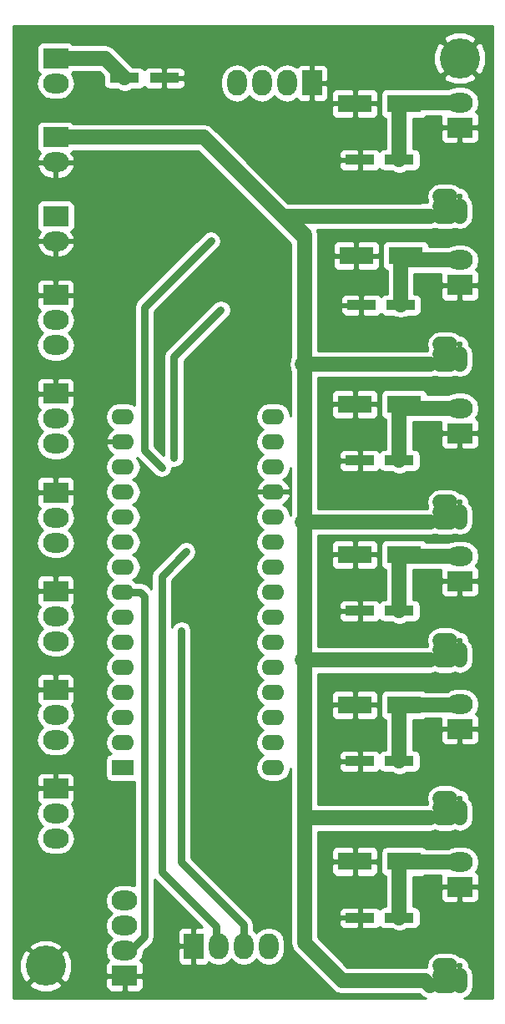
<source format=gbr>
G04 #@! TF.FileFunction,Copper,L2,Bot,Signal*
%FSLAX46Y46*%
G04 Gerber Fmt 4.6, Leading zero omitted, Abs format (unit mm)*
G04 Created by KiCad (PCBNEW 4.0.1-stable) date 03/04/2016 13:28:13*
%MOMM*%
G01*
G04 APERTURE LIST*
%ADD10C,0.100000*%
%ADD11R,2.286000X1.574800*%
%ADD12O,2.286000X1.574800*%
%ADD13R,2.600000X2.000000*%
%ADD14O,2.600000X2.000000*%
%ADD15R,3.500120X1.800860*%
%ADD16R,3.000000X1.000000*%
%ADD17R,2.000000X2.600000*%
%ADD18O,2.000000X2.600000*%
%ADD19C,4.064000*%
%ADD20C,0.600000*%
%ADD21C,1.500000*%
%ADD22C,0.250000*%
%ADD23C,0.800000*%
%ADD24C,0.254000*%
G04 APERTURE END LIST*
D10*
D11*
X123825000Y-135890000D03*
D12*
X123825000Y-133350000D03*
X123825000Y-130810000D03*
X123825000Y-128270000D03*
X123825000Y-125730000D03*
X123825000Y-123190000D03*
X123825000Y-120650000D03*
X123825000Y-118110000D03*
X123825000Y-115570000D03*
X123825000Y-113030000D03*
X123825000Y-110490000D03*
X123825000Y-107950000D03*
X123825000Y-105410000D03*
X123825000Y-102870000D03*
X123825000Y-100330000D03*
X139065000Y-100330000D03*
X139065000Y-102870000D03*
X139065000Y-105410000D03*
X139065000Y-107950000D03*
X139065000Y-110490000D03*
X139065000Y-113030000D03*
X139065000Y-115570000D03*
X139065000Y-118110000D03*
X139065000Y-120650000D03*
X139065000Y-123190000D03*
X139065000Y-125730000D03*
X139065000Y-128270000D03*
X139065000Y-130810000D03*
X139065000Y-133350000D03*
X139065000Y-135890000D03*
D13*
X117000000Y-64000000D03*
D14*
X117000000Y-66540000D03*
D15*
X152359360Y-145415000D03*
X147360640Y-145415000D03*
X152359360Y-129540000D03*
X147360640Y-129540000D03*
X152359360Y-114300000D03*
X147360640Y-114300000D03*
X152359360Y-99060000D03*
X147360640Y-99060000D03*
X152499360Y-84000000D03*
X147500640Y-84000000D03*
X152359360Y-68580000D03*
X147360640Y-68580000D03*
D16*
X124000000Y-66000000D03*
X128000000Y-66000000D03*
X151860000Y-151130000D03*
X147860000Y-151130000D03*
X151860000Y-135255000D03*
X147860000Y-135255000D03*
X151860000Y-120015000D03*
X147860000Y-120015000D03*
X151860000Y-104775000D03*
X147860000Y-104775000D03*
X152000000Y-89000000D03*
X148000000Y-89000000D03*
X151860000Y-74295000D03*
X147860000Y-74295000D03*
D13*
X117000000Y-80000000D03*
D14*
X117000000Y-82540000D03*
D13*
X117000000Y-138000000D03*
D14*
X117000000Y-140540000D03*
X117000000Y-143080000D03*
D13*
X117000000Y-128000000D03*
D14*
X117000000Y-130540000D03*
X117000000Y-133080000D03*
D13*
X117000000Y-118000000D03*
D14*
X117000000Y-120540000D03*
X117000000Y-123080000D03*
D13*
X117000000Y-108000000D03*
D14*
X117000000Y-110540000D03*
X117000000Y-113080000D03*
D13*
X117000000Y-98000000D03*
D14*
X117000000Y-100540000D03*
X117000000Y-103080000D03*
D13*
X117000000Y-88000000D03*
D14*
X117000000Y-90540000D03*
X117000000Y-93080000D03*
D13*
X124000000Y-157000000D03*
D14*
X124000000Y-154460000D03*
X124000000Y-151920000D03*
X124000000Y-149380000D03*
D13*
X117000000Y-72000000D03*
D14*
X117000000Y-74540000D03*
D13*
X158000000Y-148000000D03*
D14*
X158000000Y-145460000D03*
D13*
X158000000Y-132000000D03*
D14*
X158000000Y-129460000D03*
D13*
X158000000Y-117000000D03*
D14*
X158000000Y-114460000D03*
D13*
X158000000Y-102000000D03*
D14*
X158000000Y-99460000D03*
D13*
X158000000Y-87000000D03*
D14*
X158000000Y-84460000D03*
D13*
X158000000Y-71000000D03*
D14*
X158000000Y-68460000D03*
D17*
X131000000Y-154000000D03*
D18*
X133540000Y-154000000D03*
X136080000Y-154000000D03*
X138620000Y-154000000D03*
D17*
X143000000Y-66500000D03*
D18*
X140460000Y-66500000D03*
X137920000Y-66500000D03*
X135380000Y-66500000D03*
D19*
X158000000Y-64000000D03*
X116000000Y-156000000D03*
D20*
X147000000Y-153000000D03*
X148000000Y-153000000D03*
X147500000Y-149000000D03*
X147500000Y-147500000D03*
X147500000Y-137000000D03*
X147500000Y-134000000D03*
X147500000Y-133000000D03*
X147500000Y-132000000D03*
X146500000Y-121500000D03*
X145000000Y-121500000D03*
X145000000Y-120000000D03*
X145000000Y-118500000D03*
X146000000Y-117000000D03*
X147500000Y-117000000D03*
X144500000Y-105000000D03*
X144500000Y-103500000D03*
X144500000Y-102000000D03*
X146000000Y-102000000D03*
X147500000Y-102000000D03*
X143000000Y-75500000D03*
X143000000Y-74000000D03*
X143000000Y-72500000D03*
X143000000Y-71000000D03*
X144500000Y-71000000D03*
X146000000Y-71000000D03*
X147500000Y-71000000D03*
X144500000Y-90500000D03*
X144500000Y-89000000D03*
X144500000Y-87500000D03*
X144500000Y-86000000D03*
X146000000Y-86000000D03*
X147500000Y-86000000D03*
X131000000Y-107250000D03*
X131000000Y-106000000D03*
X132250000Y-106000000D03*
X132250000Y-107250000D03*
X131000000Y-100750000D03*
X131000000Y-99500000D03*
X132250000Y-99500000D03*
X132250000Y-100750000D03*
X139750000Y-93500000D03*
X138500000Y-93500000D03*
X137250000Y-93500000D03*
X136000000Y-93500000D03*
X134750000Y-93500000D03*
X133500000Y-126500000D03*
X132250000Y-126500000D03*
X132250000Y-127500000D03*
X133000000Y-115000000D03*
X133000000Y-113750000D03*
X131750000Y-113750000D03*
X133250000Y-120500000D03*
X132250000Y-120500000D03*
X132250000Y-121500000D03*
X130250000Y-114000000D03*
X129750000Y-122000000D03*
X129000000Y-104500000D03*
X133750000Y-89500000D03*
X132750000Y-82500000D03*
X127750000Y-105500000D03*
X158000000Y-93000000D03*
X157000000Y-93000000D03*
X156000000Y-93000000D03*
X156000000Y-94000000D03*
X157000000Y-94000000D03*
X158000000Y-94000000D03*
X158000000Y-95000000D03*
X157000000Y-95000000D03*
X156000000Y-95000000D03*
X155000000Y-95000000D03*
X154000000Y-95000000D03*
X158000000Y-78000000D03*
X157000000Y-78000000D03*
X156000000Y-78000000D03*
X156000000Y-79000000D03*
X157000000Y-79000000D03*
X158000000Y-79000000D03*
X158000000Y-80000000D03*
X157000000Y-80000000D03*
X156000000Y-80000000D03*
X155000000Y-80000000D03*
X154000000Y-80000000D03*
X158000000Y-156000000D03*
X157000000Y-156000000D03*
X156000000Y-156000000D03*
X156000000Y-157000000D03*
X157000000Y-157000000D03*
X158000000Y-157000000D03*
X158000000Y-158000000D03*
X157000000Y-158000000D03*
X156000000Y-158000000D03*
X155000000Y-158000000D03*
X158000000Y-139000000D03*
X157000000Y-139000000D03*
X156000000Y-139000000D03*
X156000000Y-140000000D03*
X157000000Y-140000000D03*
X158000000Y-140000000D03*
X158000000Y-141000000D03*
X157000000Y-141000000D03*
X156000000Y-141000000D03*
X155000000Y-141000000D03*
X154000000Y-141000000D03*
X158000000Y-123000000D03*
X157000000Y-123000000D03*
X156000000Y-123000000D03*
X156000000Y-124000000D03*
X157000000Y-124000000D03*
X158000000Y-124000000D03*
X158000000Y-125000000D03*
X157000000Y-125000000D03*
X156000000Y-125000000D03*
X155000000Y-125000000D03*
X158000000Y-109000000D03*
X157000000Y-109000000D03*
X156000000Y-109000000D03*
X156000000Y-110000000D03*
X157000000Y-110000000D03*
X158000000Y-110000000D03*
X158000000Y-111000000D03*
X157000000Y-111000000D03*
X156000000Y-111000000D03*
X155000000Y-111000000D03*
X154000000Y-111000000D03*
X154000000Y-125000000D03*
X153670000Y-157480000D03*
D21*
X117000000Y-64000000D02*
X122000000Y-64000000D01*
X122000000Y-64000000D02*
X124000000Y-66000000D01*
D22*
X147360640Y-145415000D02*
X147360640Y-147360640D01*
X148000000Y-149500000D02*
X148000000Y-153000000D01*
X147500000Y-149000000D02*
X148000000Y-149500000D01*
X147360640Y-147360640D02*
X147500000Y-147500000D01*
X147360640Y-129540000D02*
X147360640Y-131860640D01*
X147500000Y-133000000D02*
X147500000Y-134000000D01*
X147360640Y-131860640D02*
X147500000Y-132000000D01*
X147360640Y-114300000D02*
X147360640Y-116860640D01*
X145000000Y-120000000D02*
X145000000Y-121500000D01*
X145000000Y-118000000D02*
X145000000Y-118500000D01*
X146000000Y-117000000D02*
X145000000Y-118000000D01*
X147360640Y-116860640D02*
X147500000Y-117000000D01*
X144500000Y-102000000D02*
X144500000Y-103500000D01*
X147500000Y-102000000D02*
X146000000Y-102000000D01*
X147360640Y-68580000D02*
X147360640Y-70860640D01*
X143000000Y-74000000D02*
X143000000Y-75500000D01*
X143000000Y-71000000D02*
X143000000Y-72500000D01*
X146000000Y-71000000D02*
X144500000Y-71000000D01*
X147360640Y-70860640D02*
X147500000Y-71000000D01*
X147500640Y-84000000D02*
X147500640Y-87500640D01*
X144500000Y-87500000D02*
X144500000Y-89000000D01*
X146000000Y-86000000D02*
X144500000Y-86000000D01*
X147500000Y-87500000D02*
X147500000Y-86000000D01*
X147500640Y-87500640D02*
X147500000Y-87500000D01*
D23*
X131000000Y-106000000D02*
X131000000Y-107250000D01*
X132250000Y-107250000D02*
X132250000Y-106000000D01*
X131000000Y-99500000D02*
X131000000Y-100750000D01*
X132250000Y-100750000D02*
X132250000Y-99500000D01*
X137250000Y-93500000D02*
X138500000Y-93500000D01*
X134750000Y-93500000D02*
X136000000Y-93500000D01*
X132250000Y-125250000D02*
X132250000Y-121500000D01*
X133500000Y-126500000D02*
X132250000Y-125250000D01*
X132250000Y-127500000D02*
X132250000Y-126500000D01*
X133000000Y-113750000D02*
X133000000Y-115000000D01*
X131750000Y-119000000D02*
X131750000Y-113750000D01*
X133250000Y-120500000D02*
X131750000Y-119000000D01*
X132250000Y-121500000D02*
X132250000Y-120500000D01*
D21*
X151860000Y-151130000D02*
X151860000Y-145914360D01*
X151860000Y-145914360D02*
X152359360Y-145415000D01*
X158000000Y-145460000D02*
X152404360Y-145460000D01*
X152404360Y-145460000D02*
X152359360Y-145415000D01*
X152359360Y-129540000D02*
X157920000Y-129540000D01*
X157920000Y-129540000D02*
X158000000Y-129460000D01*
X151860000Y-135255000D02*
X151860000Y-130039360D01*
X151860000Y-130039360D02*
X152359360Y-129540000D01*
X151860000Y-120015000D02*
X151860000Y-114799360D01*
X151860000Y-114799360D02*
X152199360Y-114460000D01*
X152199360Y-114460000D02*
X158000000Y-114460000D01*
X151860000Y-104775000D02*
X151860000Y-99559360D01*
X151860000Y-99559360D02*
X151959360Y-99460000D01*
X151959360Y-99460000D02*
X158000000Y-99460000D01*
X152000000Y-89000000D02*
X152000000Y-84499360D01*
X152000000Y-84499360D02*
X152039360Y-84460000D01*
X152039360Y-84460000D02*
X158000000Y-84460000D01*
X151860000Y-74295000D02*
X151860000Y-69079360D01*
X151860000Y-69079360D02*
X152359360Y-68580000D01*
X158000000Y-68460000D02*
X152479360Y-68460000D01*
X152479360Y-68460000D02*
X152359360Y-68580000D01*
D23*
X133250000Y-152000000D02*
X133250000Y-153710000D01*
X127750000Y-146500000D02*
X133250000Y-152000000D01*
X127750000Y-116500000D02*
X127750000Y-146500000D01*
X130250000Y-114000000D02*
X127750000Y-116500000D01*
X133250000Y-153710000D02*
X133540000Y-154000000D01*
X136080000Y-154000000D02*
X136080000Y-151830000D01*
X129750000Y-145500000D02*
X129750000Y-122000000D01*
X136080000Y-151830000D02*
X129750000Y-145500000D01*
X129000000Y-94250000D02*
X129000000Y-104500000D01*
X133750000Y-89500000D02*
X129000000Y-94250000D01*
X126000000Y-89250000D02*
X132750000Y-82500000D01*
X126000000Y-103750000D02*
X126000000Y-89250000D01*
X127750000Y-105500000D02*
X126000000Y-103750000D01*
D21*
X154000000Y-95000000D02*
X155000000Y-95000000D01*
X156000000Y-93000000D02*
X157000000Y-93000000D01*
X157000000Y-94000000D02*
X156000000Y-94000000D01*
X158000000Y-95000000D02*
X158000000Y-94000000D01*
X156000000Y-95000000D02*
X157000000Y-95000000D01*
X154000000Y-95000000D02*
X146000000Y-95000000D01*
X154000000Y-80000000D02*
X155000000Y-80000000D01*
X156000000Y-78000000D02*
X157000000Y-78000000D01*
X157000000Y-79000000D02*
X156000000Y-79000000D01*
X158000000Y-80000000D02*
X158000000Y-79000000D01*
X156000000Y-80000000D02*
X157000000Y-80000000D01*
X153990000Y-80010000D02*
X147010000Y-80010000D01*
X147010000Y-80010000D02*
X147510000Y-80010000D01*
X147510000Y-80010000D02*
X140970000Y-80010000D01*
X140970000Y-80010000D02*
X140335000Y-80010000D01*
X154000000Y-80000000D02*
X153990000Y-80010000D01*
X117000000Y-72000000D02*
X132000000Y-72000000D01*
X132000000Y-72000000D02*
X142240000Y-82240000D01*
X154000000Y-157480000D02*
X154480000Y-157480000D01*
X156000000Y-156000000D02*
X157000000Y-156000000D01*
X157000000Y-157000000D02*
X156000000Y-157000000D01*
X158000000Y-158000000D02*
X158000000Y-157000000D01*
X156000000Y-158000000D02*
X157000000Y-158000000D01*
X154480000Y-157480000D02*
X155000000Y-158000000D01*
X154000000Y-141000000D02*
X155000000Y-141000000D01*
X156000000Y-139000000D02*
X157000000Y-139000000D01*
X157000000Y-140000000D02*
X156000000Y-140000000D01*
X158000000Y-141000000D02*
X158000000Y-140000000D01*
X156000000Y-141000000D02*
X157000000Y-141000000D01*
X154000000Y-141000000D02*
X146500000Y-141000000D01*
X146500000Y-141000000D02*
X142240000Y-141000000D01*
X154000000Y-125000000D02*
X155000000Y-125000000D01*
X156000000Y-123000000D02*
X157000000Y-123000000D01*
X157000000Y-124000000D02*
X156000000Y-124000000D01*
X158000000Y-125000000D02*
X158000000Y-124000000D01*
X156000000Y-125000000D02*
X157000000Y-125000000D01*
X154000000Y-111000000D02*
X155000000Y-111000000D01*
X156000000Y-109000000D02*
X157000000Y-109000000D01*
X157000000Y-110000000D02*
X156000000Y-110000000D01*
X158000000Y-111000000D02*
X158000000Y-110000000D01*
X156000000Y-111000000D02*
X157000000Y-111000000D01*
X154000000Y-111000000D02*
X146000000Y-111000000D01*
X146000000Y-111000000D02*
X142240000Y-111000000D01*
X142240000Y-111000000D02*
X142000000Y-111000000D01*
X142000000Y-111000000D02*
X142240000Y-111000000D01*
X154000000Y-125000000D02*
X146500000Y-125000000D01*
X146500000Y-125000000D02*
X142240000Y-125000000D01*
X142240000Y-125000000D02*
X142000000Y-125000000D01*
X142000000Y-125000000D02*
X142240000Y-125000000D01*
X142240000Y-118110000D02*
X142240000Y-125000000D01*
X142240000Y-111000000D02*
X142240000Y-118110000D01*
X142240000Y-102870000D02*
X142240000Y-111000000D01*
X142240000Y-95000000D02*
X142240000Y-102870000D01*
X142240000Y-125000000D02*
X142240000Y-134620000D01*
X142240000Y-134620000D02*
X142240000Y-141000000D01*
X142240000Y-141000000D02*
X142240000Y-153670000D01*
X146050000Y-157480000D02*
X154000000Y-157480000D01*
X154000000Y-157480000D02*
X153670000Y-157480000D01*
X142240000Y-153670000D02*
X143035000Y-154465000D01*
X143035000Y-154465000D02*
X146050000Y-157480000D01*
X146000000Y-95000000D02*
X142240000Y-95000000D01*
X142240000Y-95000000D02*
X142000000Y-95000000D01*
X142000000Y-95000000D02*
X142240000Y-95000000D01*
X140335000Y-80010000D02*
X142240000Y-81915000D01*
X142240000Y-81915000D02*
X142240000Y-82240000D01*
X142240000Y-87630000D02*
X142240000Y-95000000D01*
X142240000Y-82240000D02*
X142240000Y-87630000D01*
D23*
X124000000Y-154460000D02*
X124540000Y-154460000D01*
X124540000Y-154460000D02*
X126000000Y-153000000D01*
X126000000Y-153000000D02*
X126000000Y-118500000D01*
X126000000Y-118500000D02*
X125610000Y-118110000D01*
X125610000Y-118110000D02*
X123825000Y-118110000D01*
D24*
G36*
X161290000Y-159290000D02*
X158477597Y-159290000D01*
X158530017Y-159279573D01*
X158979343Y-158979343D01*
X159279573Y-158530017D01*
X159385000Y-158000000D01*
X159385000Y-157000000D01*
X159279573Y-156469983D01*
X158979343Y-156020657D01*
X158935009Y-155991034D01*
X158935162Y-155814833D01*
X158793117Y-155471057D01*
X158530327Y-155207808D01*
X158186799Y-155065162D01*
X158008977Y-155065007D01*
X157979343Y-155020657D01*
X157530017Y-154720427D01*
X157000000Y-154615000D01*
X156000000Y-154615000D01*
X155469983Y-154720427D01*
X155020657Y-155020657D01*
X154720427Y-155469983D01*
X154615000Y-156000000D01*
X154640237Y-156126873D01*
X154480000Y-156095000D01*
X146623686Y-156095000D01*
X143625000Y-153096314D01*
X143625000Y-151415750D01*
X145725000Y-151415750D01*
X145725000Y-151756310D01*
X145821673Y-151989699D01*
X146000302Y-152168327D01*
X146233691Y-152265000D01*
X147574250Y-152265000D01*
X147733000Y-152106250D01*
X147733000Y-151257000D01*
X145883750Y-151257000D01*
X145725000Y-151415750D01*
X143625000Y-151415750D01*
X143625000Y-150503690D01*
X145725000Y-150503690D01*
X145725000Y-150844250D01*
X145883750Y-151003000D01*
X147733000Y-151003000D01*
X147733000Y-150153750D01*
X147987000Y-150153750D01*
X147987000Y-151003000D01*
X148007000Y-151003000D01*
X148007000Y-151257000D01*
X147987000Y-151257000D01*
X147987000Y-152106250D01*
X148145750Y-152265000D01*
X149486309Y-152265000D01*
X149719698Y-152168327D01*
X149860936Y-152027090D01*
X149895910Y-152081441D01*
X150108110Y-152226431D01*
X150360000Y-152277440D01*
X151132232Y-152277440D01*
X151329983Y-152409573D01*
X151860000Y-152515000D01*
X152390017Y-152409573D01*
X152587768Y-152277440D01*
X153360000Y-152277440D01*
X153595317Y-152233162D01*
X153811441Y-152094090D01*
X153956431Y-151881890D01*
X154007440Y-151630000D01*
X154007440Y-150630000D01*
X153963162Y-150394683D01*
X153824090Y-150178559D01*
X153611890Y-150033569D01*
X153360000Y-149982560D01*
X153245000Y-149982560D01*
X153245000Y-148285750D01*
X156065000Y-148285750D01*
X156065000Y-149126309D01*
X156161673Y-149359698D01*
X156340301Y-149538327D01*
X156573690Y-149635000D01*
X157714250Y-149635000D01*
X157873000Y-149476250D01*
X157873000Y-148127000D01*
X158127000Y-148127000D01*
X158127000Y-149476250D01*
X158285750Y-149635000D01*
X159426310Y-149635000D01*
X159659699Y-149538327D01*
X159838327Y-149359698D01*
X159935000Y-149126309D01*
X159935000Y-148285750D01*
X159776250Y-148127000D01*
X158127000Y-148127000D01*
X157873000Y-148127000D01*
X156223750Y-148127000D01*
X156065000Y-148285750D01*
X153245000Y-148285750D01*
X153245000Y-146962870D01*
X154109420Y-146962870D01*
X154344737Y-146918592D01*
X154459102Y-146845000D01*
X156076884Y-146845000D01*
X156065000Y-146873691D01*
X156065000Y-147714250D01*
X156223750Y-147873000D01*
X157873000Y-147873000D01*
X157873000Y-147853000D01*
X158127000Y-147853000D01*
X158127000Y-147873000D01*
X159776250Y-147873000D01*
X159935000Y-147714250D01*
X159935000Y-146873691D01*
X159838327Y-146640302D01*
X159659699Y-146461673D01*
X159610769Y-146441406D01*
X159848452Y-146085687D01*
X159972909Y-145460000D01*
X159848452Y-144834313D01*
X159494029Y-144303880D01*
X158963596Y-143949457D01*
X158337909Y-143825000D01*
X157662091Y-143825000D01*
X157036404Y-143949457D01*
X156848515Y-144075000D01*
X154581149Y-144075000D01*
X154573510Y-144063129D01*
X154361310Y-143918139D01*
X154109420Y-143867130D01*
X150609300Y-143867130D01*
X150373983Y-143911408D01*
X150157859Y-144050480D01*
X150012869Y-144262680D01*
X149961860Y-144514570D01*
X149961860Y-146315430D01*
X150006138Y-146550747D01*
X150145210Y-146766871D01*
X150357410Y-146911861D01*
X150475000Y-146935674D01*
X150475000Y-149982560D01*
X150360000Y-149982560D01*
X150124683Y-150026838D01*
X149908559Y-150165910D01*
X149862031Y-150234006D01*
X149719698Y-150091673D01*
X149486309Y-149995000D01*
X148145750Y-149995000D01*
X147987000Y-150153750D01*
X147733000Y-150153750D01*
X147574250Y-149995000D01*
X146233691Y-149995000D01*
X146000302Y-150091673D01*
X145821673Y-150270301D01*
X145725000Y-150503690D01*
X143625000Y-150503690D01*
X143625000Y-145700750D01*
X144975580Y-145700750D01*
X144975580Y-146441740D01*
X145072253Y-146675129D01*
X145250882Y-146853757D01*
X145484271Y-146950430D01*
X147074890Y-146950430D01*
X147233640Y-146791680D01*
X147233640Y-145542000D01*
X147487640Y-145542000D01*
X147487640Y-146791680D01*
X147646390Y-146950430D01*
X149237009Y-146950430D01*
X149470398Y-146853757D01*
X149649027Y-146675129D01*
X149745700Y-146441740D01*
X149745700Y-145700750D01*
X149586950Y-145542000D01*
X147487640Y-145542000D01*
X147233640Y-145542000D01*
X145134330Y-145542000D01*
X144975580Y-145700750D01*
X143625000Y-145700750D01*
X143625000Y-144388260D01*
X144975580Y-144388260D01*
X144975580Y-145129250D01*
X145134330Y-145288000D01*
X147233640Y-145288000D01*
X147233640Y-144038320D01*
X147487640Y-144038320D01*
X147487640Y-145288000D01*
X149586950Y-145288000D01*
X149745700Y-145129250D01*
X149745700Y-144388260D01*
X149649027Y-144154871D01*
X149470398Y-143976243D01*
X149237009Y-143879570D01*
X147646390Y-143879570D01*
X147487640Y-144038320D01*
X147233640Y-144038320D01*
X147074890Y-143879570D01*
X145484271Y-143879570D01*
X145250882Y-143976243D01*
X145072253Y-144154871D01*
X144975580Y-144388260D01*
X143625000Y-144388260D01*
X143625000Y-142385000D01*
X155000000Y-142385000D01*
X155500000Y-142285544D01*
X156000000Y-142385000D01*
X157000000Y-142385000D01*
X157500000Y-142285544D01*
X158000000Y-142385000D01*
X158530017Y-142279573D01*
X158979343Y-141979343D01*
X159279573Y-141530017D01*
X159385000Y-141000000D01*
X159385000Y-140000000D01*
X159279573Y-139469983D01*
X158979343Y-139020657D01*
X158935009Y-138991034D01*
X158935162Y-138814833D01*
X158793117Y-138471057D01*
X158530327Y-138207808D01*
X158186799Y-138065162D01*
X158008977Y-138065007D01*
X157979343Y-138020657D01*
X157530017Y-137720427D01*
X157000000Y-137615000D01*
X156000000Y-137615000D01*
X155469983Y-137720427D01*
X155020657Y-138020657D01*
X154720427Y-138469983D01*
X154615000Y-139000000D01*
X154714456Y-139500000D01*
X154691581Y-139615000D01*
X143625000Y-139615000D01*
X143625000Y-135540750D01*
X145725000Y-135540750D01*
X145725000Y-135881310D01*
X145821673Y-136114699D01*
X146000302Y-136293327D01*
X146233691Y-136390000D01*
X147574250Y-136390000D01*
X147733000Y-136231250D01*
X147733000Y-135382000D01*
X145883750Y-135382000D01*
X145725000Y-135540750D01*
X143625000Y-135540750D01*
X143625000Y-134628690D01*
X145725000Y-134628690D01*
X145725000Y-134969250D01*
X145883750Y-135128000D01*
X147733000Y-135128000D01*
X147733000Y-134278750D01*
X147987000Y-134278750D01*
X147987000Y-135128000D01*
X148007000Y-135128000D01*
X148007000Y-135382000D01*
X147987000Y-135382000D01*
X147987000Y-136231250D01*
X148145750Y-136390000D01*
X149486309Y-136390000D01*
X149719698Y-136293327D01*
X149860936Y-136152090D01*
X149895910Y-136206441D01*
X150108110Y-136351431D01*
X150360000Y-136402440D01*
X151132232Y-136402440D01*
X151329983Y-136534573D01*
X151860000Y-136640000D01*
X152390017Y-136534573D01*
X152587768Y-136402440D01*
X153360000Y-136402440D01*
X153595317Y-136358162D01*
X153811441Y-136219090D01*
X153956431Y-136006890D01*
X154007440Y-135755000D01*
X154007440Y-134755000D01*
X153963162Y-134519683D01*
X153824090Y-134303559D01*
X153611890Y-134158569D01*
X153360000Y-134107560D01*
X153245000Y-134107560D01*
X153245000Y-132285750D01*
X156065000Y-132285750D01*
X156065000Y-133126309D01*
X156161673Y-133359698D01*
X156340301Y-133538327D01*
X156573690Y-133635000D01*
X157714250Y-133635000D01*
X157873000Y-133476250D01*
X157873000Y-132127000D01*
X158127000Y-132127000D01*
X158127000Y-133476250D01*
X158285750Y-133635000D01*
X159426310Y-133635000D01*
X159659699Y-133538327D01*
X159838327Y-133359698D01*
X159935000Y-133126309D01*
X159935000Y-132285750D01*
X159776250Y-132127000D01*
X158127000Y-132127000D01*
X157873000Y-132127000D01*
X156223750Y-132127000D01*
X156065000Y-132285750D01*
X153245000Y-132285750D01*
X153245000Y-131087870D01*
X154109420Y-131087870D01*
X154344737Y-131043592D01*
X154529034Y-130925000D01*
X156065000Y-130925000D01*
X156065000Y-131714250D01*
X156223750Y-131873000D01*
X157873000Y-131873000D01*
X157873000Y-131853000D01*
X158127000Y-131853000D01*
X158127000Y-131873000D01*
X159776250Y-131873000D01*
X159935000Y-131714250D01*
X159935000Y-130873691D01*
X159838327Y-130640302D01*
X159659699Y-130461673D01*
X159610769Y-130441406D01*
X159848452Y-130085687D01*
X159972909Y-129460000D01*
X159848452Y-128834313D01*
X159494029Y-128303880D01*
X158963596Y-127949457D01*
X158337909Y-127825000D01*
X157662091Y-127825000D01*
X157036404Y-127949457D01*
X156728786Y-128155000D01*
X154525024Y-128155000D01*
X154361310Y-128043139D01*
X154109420Y-127992130D01*
X150609300Y-127992130D01*
X150373983Y-128036408D01*
X150157859Y-128175480D01*
X150012869Y-128387680D01*
X149961860Y-128639570D01*
X149961860Y-130440430D01*
X150006138Y-130675747D01*
X150145210Y-130891871D01*
X150357410Y-131036861D01*
X150475000Y-131060674D01*
X150475000Y-134107560D01*
X150360000Y-134107560D01*
X150124683Y-134151838D01*
X149908559Y-134290910D01*
X149862031Y-134359006D01*
X149719698Y-134216673D01*
X149486309Y-134120000D01*
X148145750Y-134120000D01*
X147987000Y-134278750D01*
X147733000Y-134278750D01*
X147574250Y-134120000D01*
X146233691Y-134120000D01*
X146000302Y-134216673D01*
X145821673Y-134395301D01*
X145725000Y-134628690D01*
X143625000Y-134628690D01*
X143625000Y-129825750D01*
X144975580Y-129825750D01*
X144975580Y-130566740D01*
X145072253Y-130800129D01*
X145250882Y-130978757D01*
X145484271Y-131075430D01*
X147074890Y-131075430D01*
X147233640Y-130916680D01*
X147233640Y-129667000D01*
X147487640Y-129667000D01*
X147487640Y-130916680D01*
X147646390Y-131075430D01*
X149237009Y-131075430D01*
X149470398Y-130978757D01*
X149649027Y-130800129D01*
X149745700Y-130566740D01*
X149745700Y-129825750D01*
X149586950Y-129667000D01*
X147487640Y-129667000D01*
X147233640Y-129667000D01*
X145134330Y-129667000D01*
X144975580Y-129825750D01*
X143625000Y-129825750D01*
X143625000Y-128513260D01*
X144975580Y-128513260D01*
X144975580Y-129254250D01*
X145134330Y-129413000D01*
X147233640Y-129413000D01*
X147233640Y-128163320D01*
X147487640Y-128163320D01*
X147487640Y-129413000D01*
X149586950Y-129413000D01*
X149745700Y-129254250D01*
X149745700Y-128513260D01*
X149649027Y-128279871D01*
X149470398Y-128101243D01*
X149237009Y-128004570D01*
X147646390Y-128004570D01*
X147487640Y-128163320D01*
X147233640Y-128163320D01*
X147074890Y-128004570D01*
X145484271Y-128004570D01*
X145250882Y-128101243D01*
X145072253Y-128279871D01*
X144975580Y-128513260D01*
X143625000Y-128513260D01*
X143625000Y-126385000D01*
X155000000Y-126385000D01*
X155500000Y-126285544D01*
X156000000Y-126385000D01*
X157000000Y-126385000D01*
X157500000Y-126285544D01*
X158000000Y-126385000D01*
X158530017Y-126279573D01*
X158979343Y-125979343D01*
X159279573Y-125530017D01*
X159385000Y-125000000D01*
X159385000Y-124000000D01*
X159279573Y-123469983D01*
X158979343Y-123020657D01*
X158935009Y-122991034D01*
X158935162Y-122814833D01*
X158793117Y-122471057D01*
X158530327Y-122207808D01*
X158186799Y-122065162D01*
X158008977Y-122065007D01*
X157979343Y-122020657D01*
X157530017Y-121720427D01*
X157000000Y-121615000D01*
X156000000Y-121615000D01*
X155469983Y-121720427D01*
X155020657Y-122020657D01*
X154720427Y-122469983D01*
X154615000Y-123000000D01*
X154714456Y-123500000D01*
X154691581Y-123615000D01*
X143625000Y-123615000D01*
X143625000Y-120300750D01*
X145725000Y-120300750D01*
X145725000Y-120641310D01*
X145821673Y-120874699D01*
X146000302Y-121053327D01*
X146233691Y-121150000D01*
X147574250Y-121150000D01*
X147733000Y-120991250D01*
X147733000Y-120142000D01*
X145883750Y-120142000D01*
X145725000Y-120300750D01*
X143625000Y-120300750D01*
X143625000Y-119388690D01*
X145725000Y-119388690D01*
X145725000Y-119729250D01*
X145883750Y-119888000D01*
X147733000Y-119888000D01*
X147733000Y-119038750D01*
X147987000Y-119038750D01*
X147987000Y-119888000D01*
X148007000Y-119888000D01*
X148007000Y-120142000D01*
X147987000Y-120142000D01*
X147987000Y-120991250D01*
X148145750Y-121150000D01*
X149486309Y-121150000D01*
X149719698Y-121053327D01*
X149860936Y-120912090D01*
X149895910Y-120966441D01*
X150108110Y-121111431D01*
X150360000Y-121162440D01*
X151132232Y-121162440D01*
X151329983Y-121294573D01*
X151860000Y-121400000D01*
X152390017Y-121294573D01*
X152587768Y-121162440D01*
X153360000Y-121162440D01*
X153595317Y-121118162D01*
X153811441Y-120979090D01*
X153956431Y-120766890D01*
X154007440Y-120515000D01*
X154007440Y-119515000D01*
X153963162Y-119279683D01*
X153824090Y-119063559D01*
X153611890Y-118918569D01*
X153360000Y-118867560D01*
X153245000Y-118867560D01*
X153245000Y-117285750D01*
X156065000Y-117285750D01*
X156065000Y-118126309D01*
X156161673Y-118359698D01*
X156340301Y-118538327D01*
X156573690Y-118635000D01*
X157714250Y-118635000D01*
X157873000Y-118476250D01*
X157873000Y-117127000D01*
X158127000Y-117127000D01*
X158127000Y-118476250D01*
X158285750Y-118635000D01*
X159426310Y-118635000D01*
X159659699Y-118538327D01*
X159838327Y-118359698D01*
X159935000Y-118126309D01*
X159935000Y-117285750D01*
X159776250Y-117127000D01*
X158127000Y-117127000D01*
X157873000Y-117127000D01*
X156223750Y-117127000D01*
X156065000Y-117285750D01*
X153245000Y-117285750D01*
X153245000Y-115847870D01*
X154109420Y-115847870D01*
X154124673Y-115845000D01*
X156076884Y-115845000D01*
X156065000Y-115873691D01*
X156065000Y-116714250D01*
X156223750Y-116873000D01*
X157873000Y-116873000D01*
X157873000Y-116853000D01*
X158127000Y-116853000D01*
X158127000Y-116873000D01*
X159776250Y-116873000D01*
X159935000Y-116714250D01*
X159935000Y-115873691D01*
X159838327Y-115640302D01*
X159659699Y-115461673D01*
X159610769Y-115441406D01*
X159848452Y-115085687D01*
X159972909Y-114460000D01*
X159848452Y-113834313D01*
X159494029Y-113303880D01*
X158963596Y-112949457D01*
X158337909Y-112825000D01*
X157662091Y-112825000D01*
X157036404Y-112949457D01*
X156848515Y-113075000D01*
X154655149Y-113075000D01*
X154573510Y-112948129D01*
X154361310Y-112803139D01*
X154109420Y-112752130D01*
X150609300Y-112752130D01*
X150373983Y-112796408D01*
X150157859Y-112935480D01*
X150012869Y-113147680D01*
X149961860Y-113399570D01*
X149961860Y-115200430D01*
X150006138Y-115435747D01*
X150145210Y-115651871D01*
X150357410Y-115796861D01*
X150475000Y-115820674D01*
X150475000Y-118867560D01*
X150360000Y-118867560D01*
X150124683Y-118911838D01*
X149908559Y-119050910D01*
X149862031Y-119119006D01*
X149719698Y-118976673D01*
X149486309Y-118880000D01*
X148145750Y-118880000D01*
X147987000Y-119038750D01*
X147733000Y-119038750D01*
X147574250Y-118880000D01*
X146233691Y-118880000D01*
X146000302Y-118976673D01*
X145821673Y-119155301D01*
X145725000Y-119388690D01*
X143625000Y-119388690D01*
X143625000Y-114585750D01*
X144975580Y-114585750D01*
X144975580Y-115326740D01*
X145072253Y-115560129D01*
X145250882Y-115738757D01*
X145484271Y-115835430D01*
X147074890Y-115835430D01*
X147233640Y-115676680D01*
X147233640Y-114427000D01*
X147487640Y-114427000D01*
X147487640Y-115676680D01*
X147646390Y-115835430D01*
X149237009Y-115835430D01*
X149470398Y-115738757D01*
X149649027Y-115560129D01*
X149745700Y-115326740D01*
X149745700Y-114585750D01*
X149586950Y-114427000D01*
X147487640Y-114427000D01*
X147233640Y-114427000D01*
X145134330Y-114427000D01*
X144975580Y-114585750D01*
X143625000Y-114585750D01*
X143625000Y-113273260D01*
X144975580Y-113273260D01*
X144975580Y-114014250D01*
X145134330Y-114173000D01*
X147233640Y-114173000D01*
X147233640Y-112923320D01*
X147487640Y-112923320D01*
X147487640Y-114173000D01*
X149586950Y-114173000D01*
X149745700Y-114014250D01*
X149745700Y-113273260D01*
X149649027Y-113039871D01*
X149470398Y-112861243D01*
X149237009Y-112764570D01*
X147646390Y-112764570D01*
X147487640Y-112923320D01*
X147233640Y-112923320D01*
X147074890Y-112764570D01*
X145484271Y-112764570D01*
X145250882Y-112861243D01*
X145072253Y-113039871D01*
X144975580Y-113273260D01*
X143625000Y-113273260D01*
X143625000Y-112385000D01*
X155000000Y-112385000D01*
X155500000Y-112285544D01*
X156000000Y-112385000D01*
X157000000Y-112385000D01*
X157500000Y-112285544D01*
X158000000Y-112385000D01*
X158530017Y-112279573D01*
X158979343Y-111979343D01*
X159279573Y-111530017D01*
X159385000Y-111000000D01*
X159385000Y-110000000D01*
X159279573Y-109469983D01*
X158979343Y-109020657D01*
X158935009Y-108991034D01*
X158935162Y-108814833D01*
X158793117Y-108471057D01*
X158530327Y-108207808D01*
X158186799Y-108065162D01*
X158008977Y-108065007D01*
X157979343Y-108020657D01*
X157530017Y-107720427D01*
X157000000Y-107615000D01*
X156000000Y-107615000D01*
X155469983Y-107720427D01*
X155020657Y-108020657D01*
X154720427Y-108469983D01*
X154615000Y-109000000D01*
X154714456Y-109500000D01*
X154691581Y-109615000D01*
X143625000Y-109615000D01*
X143625000Y-105060750D01*
X145725000Y-105060750D01*
X145725000Y-105401310D01*
X145821673Y-105634699D01*
X146000302Y-105813327D01*
X146233691Y-105910000D01*
X147574250Y-105910000D01*
X147733000Y-105751250D01*
X147733000Y-104902000D01*
X145883750Y-104902000D01*
X145725000Y-105060750D01*
X143625000Y-105060750D01*
X143625000Y-104148690D01*
X145725000Y-104148690D01*
X145725000Y-104489250D01*
X145883750Y-104648000D01*
X147733000Y-104648000D01*
X147733000Y-103798750D01*
X147987000Y-103798750D01*
X147987000Y-104648000D01*
X148007000Y-104648000D01*
X148007000Y-104902000D01*
X147987000Y-104902000D01*
X147987000Y-105751250D01*
X148145750Y-105910000D01*
X149486309Y-105910000D01*
X149719698Y-105813327D01*
X149860936Y-105672090D01*
X149895910Y-105726441D01*
X150108110Y-105871431D01*
X150360000Y-105922440D01*
X151132232Y-105922440D01*
X151329983Y-106054573D01*
X151860000Y-106160000D01*
X152390017Y-106054573D01*
X152587768Y-105922440D01*
X153360000Y-105922440D01*
X153595317Y-105878162D01*
X153811441Y-105739090D01*
X153956431Y-105526890D01*
X154007440Y-105275000D01*
X154007440Y-104275000D01*
X153963162Y-104039683D01*
X153824090Y-103823559D01*
X153611890Y-103678569D01*
X153360000Y-103627560D01*
X153245000Y-103627560D01*
X153245000Y-102285750D01*
X156065000Y-102285750D01*
X156065000Y-103126309D01*
X156161673Y-103359698D01*
X156340301Y-103538327D01*
X156573690Y-103635000D01*
X157714250Y-103635000D01*
X157873000Y-103476250D01*
X157873000Y-102127000D01*
X158127000Y-102127000D01*
X158127000Y-103476250D01*
X158285750Y-103635000D01*
X159426310Y-103635000D01*
X159659699Y-103538327D01*
X159838327Y-103359698D01*
X159935000Y-103126309D01*
X159935000Y-102285750D01*
X159776250Y-102127000D01*
X158127000Y-102127000D01*
X157873000Y-102127000D01*
X156223750Y-102127000D01*
X156065000Y-102285750D01*
X153245000Y-102285750D01*
X153245000Y-100845000D01*
X156076884Y-100845000D01*
X156065000Y-100873691D01*
X156065000Y-101714250D01*
X156223750Y-101873000D01*
X157873000Y-101873000D01*
X157873000Y-101853000D01*
X158127000Y-101853000D01*
X158127000Y-101873000D01*
X159776250Y-101873000D01*
X159935000Y-101714250D01*
X159935000Y-100873691D01*
X159838327Y-100640302D01*
X159659699Y-100461673D01*
X159610769Y-100441406D01*
X159848452Y-100085687D01*
X159972909Y-99460000D01*
X159848452Y-98834313D01*
X159494029Y-98303880D01*
X158963596Y-97949457D01*
X158337909Y-97825000D01*
X157662091Y-97825000D01*
X157036404Y-97949457D01*
X156848515Y-98075000D01*
X154740947Y-98075000D01*
X154712582Y-97924253D01*
X154573510Y-97708129D01*
X154361310Y-97563139D01*
X154109420Y-97512130D01*
X150609300Y-97512130D01*
X150373983Y-97556408D01*
X150157859Y-97695480D01*
X150012869Y-97907680D01*
X149961860Y-98159570D01*
X149961860Y-99960430D01*
X150006138Y-100195747D01*
X150145210Y-100411871D01*
X150357410Y-100556861D01*
X150475000Y-100580674D01*
X150475000Y-103627560D01*
X150360000Y-103627560D01*
X150124683Y-103671838D01*
X149908559Y-103810910D01*
X149862031Y-103879006D01*
X149719698Y-103736673D01*
X149486309Y-103640000D01*
X148145750Y-103640000D01*
X147987000Y-103798750D01*
X147733000Y-103798750D01*
X147574250Y-103640000D01*
X146233691Y-103640000D01*
X146000302Y-103736673D01*
X145821673Y-103915301D01*
X145725000Y-104148690D01*
X143625000Y-104148690D01*
X143625000Y-99345750D01*
X144975580Y-99345750D01*
X144975580Y-100086740D01*
X145072253Y-100320129D01*
X145250882Y-100498757D01*
X145484271Y-100595430D01*
X147074890Y-100595430D01*
X147233640Y-100436680D01*
X147233640Y-99187000D01*
X147487640Y-99187000D01*
X147487640Y-100436680D01*
X147646390Y-100595430D01*
X149237009Y-100595430D01*
X149470398Y-100498757D01*
X149649027Y-100320129D01*
X149745700Y-100086740D01*
X149745700Y-99345750D01*
X149586950Y-99187000D01*
X147487640Y-99187000D01*
X147233640Y-99187000D01*
X145134330Y-99187000D01*
X144975580Y-99345750D01*
X143625000Y-99345750D01*
X143625000Y-98033260D01*
X144975580Y-98033260D01*
X144975580Y-98774250D01*
X145134330Y-98933000D01*
X147233640Y-98933000D01*
X147233640Y-97683320D01*
X147487640Y-97683320D01*
X147487640Y-98933000D01*
X149586950Y-98933000D01*
X149745700Y-98774250D01*
X149745700Y-98033260D01*
X149649027Y-97799871D01*
X149470398Y-97621243D01*
X149237009Y-97524570D01*
X147646390Y-97524570D01*
X147487640Y-97683320D01*
X147233640Y-97683320D01*
X147074890Y-97524570D01*
X145484271Y-97524570D01*
X145250882Y-97621243D01*
X145072253Y-97799871D01*
X144975580Y-98033260D01*
X143625000Y-98033260D01*
X143625000Y-96385000D01*
X155000000Y-96385000D01*
X155500000Y-96285544D01*
X156000000Y-96385000D01*
X157000000Y-96385000D01*
X157500000Y-96285544D01*
X158000000Y-96385000D01*
X158530017Y-96279573D01*
X158979343Y-95979343D01*
X159279573Y-95530017D01*
X159385000Y-95000000D01*
X159385000Y-94000000D01*
X159279573Y-93469983D01*
X158979343Y-93020657D01*
X158935009Y-92991034D01*
X158935162Y-92814833D01*
X158793117Y-92471057D01*
X158530327Y-92207808D01*
X158186799Y-92065162D01*
X158008977Y-92065007D01*
X157979343Y-92020657D01*
X157530017Y-91720427D01*
X157000000Y-91615000D01*
X156000000Y-91615000D01*
X155469983Y-91720427D01*
X155020657Y-92020657D01*
X154720427Y-92469983D01*
X154615000Y-93000000D01*
X154714456Y-93500000D01*
X154691581Y-93615000D01*
X143625000Y-93615000D01*
X143625000Y-89285750D01*
X145865000Y-89285750D01*
X145865000Y-89626310D01*
X145961673Y-89859699D01*
X146140302Y-90038327D01*
X146373691Y-90135000D01*
X147714250Y-90135000D01*
X147873000Y-89976250D01*
X147873000Y-89127000D01*
X146023750Y-89127000D01*
X145865000Y-89285750D01*
X143625000Y-89285750D01*
X143625000Y-88373690D01*
X145865000Y-88373690D01*
X145865000Y-88714250D01*
X146023750Y-88873000D01*
X147873000Y-88873000D01*
X147873000Y-88023750D01*
X148127000Y-88023750D01*
X148127000Y-88873000D01*
X148147000Y-88873000D01*
X148147000Y-89127000D01*
X148127000Y-89127000D01*
X148127000Y-89976250D01*
X148285750Y-90135000D01*
X149626309Y-90135000D01*
X149859698Y-90038327D01*
X150000936Y-89897090D01*
X150035910Y-89951441D01*
X150248110Y-90096431D01*
X150500000Y-90147440D01*
X151272232Y-90147440D01*
X151469983Y-90279573D01*
X152000000Y-90385000D01*
X152530017Y-90279573D01*
X152727768Y-90147440D01*
X153500000Y-90147440D01*
X153735317Y-90103162D01*
X153951441Y-89964090D01*
X154096431Y-89751890D01*
X154147440Y-89500000D01*
X154147440Y-88500000D01*
X154103162Y-88264683D01*
X153964090Y-88048559D01*
X153751890Y-87903569D01*
X153500000Y-87852560D01*
X153385000Y-87852560D01*
X153385000Y-87285750D01*
X156065000Y-87285750D01*
X156065000Y-88126309D01*
X156161673Y-88359698D01*
X156340301Y-88538327D01*
X156573690Y-88635000D01*
X157714250Y-88635000D01*
X157873000Y-88476250D01*
X157873000Y-87127000D01*
X158127000Y-87127000D01*
X158127000Y-88476250D01*
X158285750Y-88635000D01*
X159426310Y-88635000D01*
X159659699Y-88538327D01*
X159838327Y-88359698D01*
X159935000Y-88126309D01*
X159935000Y-87285750D01*
X159776250Y-87127000D01*
X158127000Y-87127000D01*
X157873000Y-87127000D01*
X156223750Y-87127000D01*
X156065000Y-87285750D01*
X153385000Y-87285750D01*
X153385000Y-85845000D01*
X156076884Y-85845000D01*
X156065000Y-85873691D01*
X156065000Y-86714250D01*
X156223750Y-86873000D01*
X157873000Y-86873000D01*
X157873000Y-86853000D01*
X158127000Y-86853000D01*
X158127000Y-86873000D01*
X159776250Y-86873000D01*
X159935000Y-86714250D01*
X159935000Y-85873691D01*
X159838327Y-85640302D01*
X159659699Y-85461673D01*
X159610769Y-85441406D01*
X159848452Y-85085687D01*
X159972909Y-84460000D01*
X159848452Y-83834313D01*
X159494029Y-83303880D01*
X158963596Y-82949457D01*
X158337909Y-82825000D01*
X157662091Y-82825000D01*
X157036404Y-82949457D01*
X156848515Y-83075000D01*
X154892237Y-83075000D01*
X154852582Y-82864253D01*
X154713510Y-82648129D01*
X154501310Y-82503139D01*
X154249420Y-82452130D01*
X150749300Y-82452130D01*
X150513983Y-82496408D01*
X150297859Y-82635480D01*
X150152869Y-82847680D01*
X150101860Y-83099570D01*
X150101860Y-84900430D01*
X150146138Y-85135747D01*
X150285210Y-85351871D01*
X150497410Y-85496861D01*
X150615000Y-85520674D01*
X150615000Y-87852560D01*
X150500000Y-87852560D01*
X150264683Y-87896838D01*
X150048559Y-88035910D01*
X150002031Y-88104006D01*
X149859698Y-87961673D01*
X149626309Y-87865000D01*
X148285750Y-87865000D01*
X148127000Y-88023750D01*
X147873000Y-88023750D01*
X147714250Y-87865000D01*
X146373691Y-87865000D01*
X146140302Y-87961673D01*
X145961673Y-88140301D01*
X145865000Y-88373690D01*
X143625000Y-88373690D01*
X143625000Y-84285750D01*
X145115580Y-84285750D01*
X145115580Y-85026740D01*
X145212253Y-85260129D01*
X145390882Y-85438757D01*
X145624271Y-85535430D01*
X147214890Y-85535430D01*
X147373640Y-85376680D01*
X147373640Y-84127000D01*
X147627640Y-84127000D01*
X147627640Y-85376680D01*
X147786390Y-85535430D01*
X149377009Y-85535430D01*
X149610398Y-85438757D01*
X149789027Y-85260129D01*
X149885700Y-85026740D01*
X149885700Y-84285750D01*
X149726950Y-84127000D01*
X147627640Y-84127000D01*
X147373640Y-84127000D01*
X145274330Y-84127000D01*
X145115580Y-84285750D01*
X143625000Y-84285750D01*
X143625000Y-82973260D01*
X145115580Y-82973260D01*
X145115580Y-83714250D01*
X145274330Y-83873000D01*
X147373640Y-83873000D01*
X147373640Y-82623320D01*
X147627640Y-82623320D01*
X147627640Y-83873000D01*
X149726950Y-83873000D01*
X149885700Y-83714250D01*
X149885700Y-82973260D01*
X149789027Y-82739871D01*
X149610398Y-82561243D01*
X149377009Y-82464570D01*
X147786390Y-82464570D01*
X147627640Y-82623320D01*
X147373640Y-82623320D01*
X147214890Y-82464570D01*
X145624271Y-82464570D01*
X145390882Y-82561243D01*
X145212253Y-82739871D01*
X145115580Y-82973260D01*
X143625000Y-82973260D01*
X143625000Y-81915000D01*
X143521566Y-81395000D01*
X153990000Y-81395000D01*
X154040273Y-81385000D01*
X155000000Y-81385000D01*
X155500000Y-81285544D01*
X156000000Y-81385000D01*
X157000000Y-81385000D01*
X157500000Y-81285544D01*
X158000000Y-81385000D01*
X158530017Y-81279573D01*
X158979343Y-80979343D01*
X159279573Y-80530017D01*
X159385000Y-80000000D01*
X159385000Y-79000000D01*
X159279573Y-78469983D01*
X158979343Y-78020657D01*
X158935009Y-77991034D01*
X158935162Y-77814833D01*
X158793117Y-77471057D01*
X158530327Y-77207808D01*
X158186799Y-77065162D01*
X158008977Y-77065007D01*
X157979343Y-77020657D01*
X157530017Y-76720427D01*
X157000000Y-76615000D01*
X156000000Y-76615000D01*
X155469983Y-76720427D01*
X155020657Y-77020657D01*
X154720427Y-77469983D01*
X154615000Y-78000000D01*
X154714456Y-78500000D01*
X154691581Y-78615000D01*
X154000000Y-78615000D01*
X153949727Y-78625000D01*
X140583686Y-78625000D01*
X136539436Y-74580750D01*
X145725000Y-74580750D01*
X145725000Y-74921310D01*
X145821673Y-75154699D01*
X146000302Y-75333327D01*
X146233691Y-75430000D01*
X147574250Y-75430000D01*
X147733000Y-75271250D01*
X147733000Y-74422000D01*
X145883750Y-74422000D01*
X145725000Y-74580750D01*
X136539436Y-74580750D01*
X135627376Y-73668690D01*
X145725000Y-73668690D01*
X145725000Y-74009250D01*
X145883750Y-74168000D01*
X147733000Y-74168000D01*
X147733000Y-73318750D01*
X147987000Y-73318750D01*
X147987000Y-74168000D01*
X148007000Y-74168000D01*
X148007000Y-74422000D01*
X147987000Y-74422000D01*
X147987000Y-75271250D01*
X148145750Y-75430000D01*
X149486309Y-75430000D01*
X149719698Y-75333327D01*
X149860936Y-75192090D01*
X149895910Y-75246441D01*
X150108110Y-75391431D01*
X150360000Y-75442440D01*
X151132232Y-75442440D01*
X151329983Y-75574573D01*
X151860000Y-75680000D01*
X152390017Y-75574573D01*
X152587768Y-75442440D01*
X153360000Y-75442440D01*
X153595317Y-75398162D01*
X153811441Y-75259090D01*
X153956431Y-75046890D01*
X154007440Y-74795000D01*
X154007440Y-73795000D01*
X153963162Y-73559683D01*
X153824090Y-73343559D01*
X153611890Y-73198569D01*
X153360000Y-73147560D01*
X153245000Y-73147560D01*
X153245000Y-71285750D01*
X156065000Y-71285750D01*
X156065000Y-72126309D01*
X156161673Y-72359698D01*
X156340301Y-72538327D01*
X156573690Y-72635000D01*
X157714250Y-72635000D01*
X157873000Y-72476250D01*
X157873000Y-71127000D01*
X158127000Y-71127000D01*
X158127000Y-72476250D01*
X158285750Y-72635000D01*
X159426310Y-72635000D01*
X159659699Y-72538327D01*
X159838327Y-72359698D01*
X159935000Y-72126309D01*
X159935000Y-71285750D01*
X159776250Y-71127000D01*
X158127000Y-71127000D01*
X157873000Y-71127000D01*
X156223750Y-71127000D01*
X156065000Y-71285750D01*
X153245000Y-71285750D01*
X153245000Y-70127870D01*
X154109420Y-70127870D01*
X154344737Y-70083592D01*
X154560861Y-69944520D01*
X154628860Y-69845000D01*
X156076884Y-69845000D01*
X156065000Y-69873691D01*
X156065000Y-70714250D01*
X156223750Y-70873000D01*
X157873000Y-70873000D01*
X157873000Y-70853000D01*
X158127000Y-70853000D01*
X158127000Y-70873000D01*
X159776250Y-70873000D01*
X159935000Y-70714250D01*
X159935000Y-69873691D01*
X159838327Y-69640302D01*
X159659699Y-69461673D01*
X159610769Y-69441406D01*
X159848452Y-69085687D01*
X159972909Y-68460000D01*
X159848452Y-67834313D01*
X159494029Y-67303880D01*
X158963596Y-66949457D01*
X158337909Y-66825000D01*
X157662091Y-66825000D01*
X157036404Y-66949457D01*
X156848515Y-67075000D01*
X154321118Y-67075000D01*
X154109420Y-67032130D01*
X150609300Y-67032130D01*
X150373983Y-67076408D01*
X150157859Y-67215480D01*
X150012869Y-67427680D01*
X149961860Y-67679570D01*
X149961860Y-69480430D01*
X150006138Y-69715747D01*
X150145210Y-69931871D01*
X150357410Y-70076861D01*
X150475000Y-70100674D01*
X150475000Y-73147560D01*
X150360000Y-73147560D01*
X150124683Y-73191838D01*
X149908559Y-73330910D01*
X149862031Y-73399006D01*
X149719698Y-73256673D01*
X149486309Y-73160000D01*
X148145750Y-73160000D01*
X147987000Y-73318750D01*
X147733000Y-73318750D01*
X147574250Y-73160000D01*
X146233691Y-73160000D01*
X146000302Y-73256673D01*
X145821673Y-73435301D01*
X145725000Y-73668690D01*
X135627376Y-73668690D01*
X132979343Y-71020657D01*
X132948428Y-71000000D01*
X132530017Y-70720427D01*
X132000000Y-70615000D01*
X118806844Y-70615000D01*
X118764090Y-70548559D01*
X118551890Y-70403569D01*
X118300000Y-70352560D01*
X115700000Y-70352560D01*
X115464683Y-70396838D01*
X115248559Y-70535910D01*
X115103569Y-70748110D01*
X115052560Y-71000000D01*
X115052560Y-73000000D01*
X115096838Y-73235317D01*
X115235910Y-73451441D01*
X115402620Y-73565349D01*
X115140856Y-74031645D01*
X115109876Y-74159566D01*
X115229223Y-74413000D01*
X116873000Y-74413000D01*
X116873000Y-74393000D01*
X117127000Y-74393000D01*
X117127000Y-74413000D01*
X118770777Y-74413000D01*
X118890124Y-74159566D01*
X118859144Y-74031645D01*
X118596505Y-73563789D01*
X118751441Y-73464090D01*
X118805481Y-73385000D01*
X131426314Y-73385000D01*
X140855000Y-82813686D01*
X140855000Y-94268580D01*
X140720427Y-94469983D01*
X140615000Y-95000000D01*
X140720427Y-95530017D01*
X140855000Y-95731420D01*
X140855000Y-100215211D01*
X140769559Y-99785671D01*
X140461222Y-99324211D01*
X139999762Y-99015874D01*
X139455433Y-98907600D01*
X138674567Y-98907600D01*
X138130238Y-99015874D01*
X137668778Y-99324211D01*
X137360441Y-99785671D01*
X137252167Y-100330000D01*
X137360441Y-100874329D01*
X137668778Y-101335789D01*
X138064199Y-101600000D01*
X137668778Y-101864211D01*
X137360441Y-102325671D01*
X137252167Y-102870000D01*
X137360441Y-103414329D01*
X137668778Y-103875789D01*
X138064199Y-104140000D01*
X137668778Y-104404211D01*
X137360441Y-104865671D01*
X137252167Y-105410000D01*
X137360441Y-105954329D01*
X137668778Y-106415789D01*
X138063830Y-106679754D01*
X138047738Y-106684475D01*
X137613809Y-107034014D01*
X137346673Y-107523004D01*
X137329990Y-107602940D01*
X137452148Y-107823000D01*
X138938000Y-107823000D01*
X138938000Y-107803000D01*
X139192000Y-107803000D01*
X139192000Y-107823000D01*
X140677852Y-107823000D01*
X140800010Y-107602940D01*
X140783327Y-107523004D01*
X140516191Y-107034014D01*
X140082262Y-106684475D01*
X140066170Y-106679754D01*
X140461222Y-106415789D01*
X140769559Y-105954329D01*
X140855000Y-105524789D01*
X140855000Y-110268580D01*
X140838655Y-110293042D01*
X140769559Y-109945671D01*
X140461222Y-109484211D01*
X140066170Y-109220246D01*
X140082262Y-109215525D01*
X140516191Y-108865986D01*
X140783327Y-108376996D01*
X140800010Y-108297060D01*
X140677852Y-108077000D01*
X139192000Y-108077000D01*
X139192000Y-108097000D01*
X138938000Y-108097000D01*
X138938000Y-108077000D01*
X137452148Y-108077000D01*
X137329990Y-108297060D01*
X137346673Y-108376996D01*
X137613809Y-108865986D01*
X138047738Y-109215525D01*
X138063830Y-109220246D01*
X137668778Y-109484211D01*
X137360441Y-109945671D01*
X137252167Y-110490000D01*
X137360441Y-111034329D01*
X137668778Y-111495789D01*
X138064199Y-111760000D01*
X137668778Y-112024211D01*
X137360441Y-112485671D01*
X137252167Y-113030000D01*
X137360441Y-113574329D01*
X137668778Y-114035789D01*
X138064199Y-114300000D01*
X137668778Y-114564211D01*
X137360441Y-115025671D01*
X137252167Y-115570000D01*
X137360441Y-116114329D01*
X137668778Y-116575789D01*
X138064199Y-116840000D01*
X137668778Y-117104211D01*
X137360441Y-117565671D01*
X137252167Y-118110000D01*
X137360441Y-118654329D01*
X137668778Y-119115789D01*
X138064199Y-119380000D01*
X137668778Y-119644211D01*
X137360441Y-120105671D01*
X137252167Y-120650000D01*
X137360441Y-121194329D01*
X137668778Y-121655789D01*
X138064199Y-121920000D01*
X137668778Y-122184211D01*
X137360441Y-122645671D01*
X137252167Y-123190000D01*
X137360441Y-123734329D01*
X137668778Y-124195789D01*
X138064199Y-124460000D01*
X137668778Y-124724211D01*
X137360441Y-125185671D01*
X137252167Y-125730000D01*
X137360441Y-126274329D01*
X137668778Y-126735789D01*
X138064199Y-127000000D01*
X137668778Y-127264211D01*
X137360441Y-127725671D01*
X137252167Y-128270000D01*
X137360441Y-128814329D01*
X137668778Y-129275789D01*
X138064199Y-129540000D01*
X137668778Y-129804211D01*
X137360441Y-130265671D01*
X137252167Y-130810000D01*
X137360441Y-131354329D01*
X137668778Y-131815789D01*
X138064199Y-132080000D01*
X137668778Y-132344211D01*
X137360441Y-132805671D01*
X137252167Y-133350000D01*
X137360441Y-133894329D01*
X137668778Y-134355789D01*
X138064199Y-134620000D01*
X137668778Y-134884211D01*
X137360441Y-135345671D01*
X137252167Y-135890000D01*
X137360441Y-136434329D01*
X137668778Y-136895789D01*
X138130238Y-137204126D01*
X138674567Y-137312400D01*
X139455433Y-137312400D01*
X139999762Y-137204126D01*
X140461222Y-136895789D01*
X140769559Y-136434329D01*
X140855000Y-136004789D01*
X140855000Y-153670000D01*
X140960427Y-154200017D01*
X141091430Y-154396077D01*
X141260657Y-154649343D01*
X145070657Y-158459343D01*
X145519983Y-158759573D01*
X146050000Y-158865000D01*
X153906314Y-158865000D01*
X154020657Y-158979343D01*
X154469984Y-159279573D01*
X154522404Y-159290000D01*
X112710000Y-159290000D01*
X112710000Y-157898121D01*
X114281484Y-157898121D01*
X114506154Y-158272168D01*
X115489388Y-158670880D01*
X116550357Y-158662975D01*
X117493846Y-158272168D01*
X117718516Y-157898121D01*
X116000000Y-156179605D01*
X114281484Y-157898121D01*
X112710000Y-157898121D01*
X112710000Y-155489388D01*
X113329120Y-155489388D01*
X113337025Y-156550357D01*
X113727832Y-157493846D01*
X114101879Y-157718516D01*
X115820395Y-156000000D01*
X116179605Y-156000000D01*
X117898121Y-157718516D01*
X118272168Y-157493846D01*
X118356553Y-157285750D01*
X122065000Y-157285750D01*
X122065000Y-158126309D01*
X122161673Y-158359698D01*
X122340301Y-158538327D01*
X122573690Y-158635000D01*
X123714250Y-158635000D01*
X123873000Y-158476250D01*
X123873000Y-157127000D01*
X124127000Y-157127000D01*
X124127000Y-158476250D01*
X124285750Y-158635000D01*
X125426310Y-158635000D01*
X125659699Y-158538327D01*
X125838327Y-158359698D01*
X125935000Y-158126309D01*
X125935000Y-157285750D01*
X125776250Y-157127000D01*
X124127000Y-157127000D01*
X123873000Y-157127000D01*
X122223750Y-157127000D01*
X122065000Y-157285750D01*
X118356553Y-157285750D01*
X118670880Y-156510612D01*
X118662975Y-155449643D01*
X118272168Y-154506154D01*
X117898121Y-154281484D01*
X116179605Y-156000000D01*
X115820395Y-156000000D01*
X114101879Y-154281484D01*
X113727832Y-154506154D01*
X113329120Y-155489388D01*
X112710000Y-155489388D01*
X112710000Y-154101879D01*
X114281484Y-154101879D01*
X116000000Y-155820395D01*
X117718516Y-154101879D01*
X117493846Y-153727832D01*
X116510612Y-153329120D01*
X115449643Y-153337025D01*
X114506154Y-153727832D01*
X114281484Y-154101879D01*
X112710000Y-154101879D01*
X112710000Y-140540000D01*
X115027091Y-140540000D01*
X115151548Y-141165687D01*
X115505971Y-141696120D01*
X115676405Y-141810000D01*
X115505971Y-141923880D01*
X115151548Y-142454313D01*
X115027091Y-143080000D01*
X115151548Y-143705687D01*
X115505971Y-144236120D01*
X116036404Y-144590543D01*
X116662091Y-144715000D01*
X117337909Y-144715000D01*
X117963596Y-144590543D01*
X118494029Y-144236120D01*
X118848452Y-143705687D01*
X118972909Y-143080000D01*
X118848452Y-142454313D01*
X118494029Y-141923880D01*
X118323595Y-141810000D01*
X118494029Y-141696120D01*
X118848452Y-141165687D01*
X118972909Y-140540000D01*
X118848452Y-139914313D01*
X118610769Y-139558594D01*
X118659699Y-139538327D01*
X118838327Y-139359698D01*
X118935000Y-139126309D01*
X118935000Y-138285750D01*
X118776250Y-138127000D01*
X117127000Y-138127000D01*
X117127000Y-138147000D01*
X116873000Y-138147000D01*
X116873000Y-138127000D01*
X115223750Y-138127000D01*
X115065000Y-138285750D01*
X115065000Y-139126309D01*
X115161673Y-139359698D01*
X115340301Y-139538327D01*
X115389231Y-139558594D01*
X115151548Y-139914313D01*
X115027091Y-140540000D01*
X112710000Y-140540000D01*
X112710000Y-136873691D01*
X115065000Y-136873691D01*
X115065000Y-137714250D01*
X115223750Y-137873000D01*
X116873000Y-137873000D01*
X116873000Y-136523750D01*
X117127000Y-136523750D01*
X117127000Y-137873000D01*
X118776250Y-137873000D01*
X118935000Y-137714250D01*
X118935000Y-136873691D01*
X118838327Y-136640302D01*
X118659699Y-136461673D01*
X118426310Y-136365000D01*
X117285750Y-136365000D01*
X117127000Y-136523750D01*
X116873000Y-136523750D01*
X116714250Y-136365000D01*
X115573690Y-136365000D01*
X115340301Y-136461673D01*
X115161673Y-136640302D01*
X115065000Y-136873691D01*
X112710000Y-136873691D01*
X112710000Y-130540000D01*
X115027091Y-130540000D01*
X115151548Y-131165687D01*
X115505971Y-131696120D01*
X115676405Y-131810000D01*
X115505971Y-131923880D01*
X115151548Y-132454313D01*
X115027091Y-133080000D01*
X115151548Y-133705687D01*
X115505971Y-134236120D01*
X116036404Y-134590543D01*
X116662091Y-134715000D01*
X117337909Y-134715000D01*
X117963596Y-134590543D01*
X118494029Y-134236120D01*
X118848452Y-133705687D01*
X118972909Y-133080000D01*
X118848452Y-132454313D01*
X118494029Y-131923880D01*
X118323595Y-131810000D01*
X118494029Y-131696120D01*
X118848452Y-131165687D01*
X118972909Y-130540000D01*
X118848452Y-129914313D01*
X118610769Y-129558594D01*
X118659699Y-129538327D01*
X118838327Y-129359698D01*
X118935000Y-129126309D01*
X118935000Y-128285750D01*
X118776250Y-128127000D01*
X117127000Y-128127000D01*
X117127000Y-128147000D01*
X116873000Y-128147000D01*
X116873000Y-128127000D01*
X115223750Y-128127000D01*
X115065000Y-128285750D01*
X115065000Y-129126309D01*
X115161673Y-129359698D01*
X115340301Y-129538327D01*
X115389231Y-129558594D01*
X115151548Y-129914313D01*
X115027091Y-130540000D01*
X112710000Y-130540000D01*
X112710000Y-126873691D01*
X115065000Y-126873691D01*
X115065000Y-127714250D01*
X115223750Y-127873000D01*
X116873000Y-127873000D01*
X116873000Y-126523750D01*
X117127000Y-126523750D01*
X117127000Y-127873000D01*
X118776250Y-127873000D01*
X118935000Y-127714250D01*
X118935000Y-126873691D01*
X118838327Y-126640302D01*
X118659699Y-126461673D01*
X118426310Y-126365000D01*
X117285750Y-126365000D01*
X117127000Y-126523750D01*
X116873000Y-126523750D01*
X116714250Y-126365000D01*
X115573690Y-126365000D01*
X115340301Y-126461673D01*
X115161673Y-126640302D01*
X115065000Y-126873691D01*
X112710000Y-126873691D01*
X112710000Y-120540000D01*
X115027091Y-120540000D01*
X115151548Y-121165687D01*
X115505971Y-121696120D01*
X115676405Y-121810000D01*
X115505971Y-121923880D01*
X115151548Y-122454313D01*
X115027091Y-123080000D01*
X115151548Y-123705687D01*
X115505971Y-124236120D01*
X116036404Y-124590543D01*
X116662091Y-124715000D01*
X117337909Y-124715000D01*
X117963596Y-124590543D01*
X118494029Y-124236120D01*
X118848452Y-123705687D01*
X118972909Y-123080000D01*
X118848452Y-122454313D01*
X118494029Y-121923880D01*
X118323595Y-121810000D01*
X118494029Y-121696120D01*
X118848452Y-121165687D01*
X118972909Y-120540000D01*
X118848452Y-119914313D01*
X118610769Y-119558594D01*
X118659699Y-119538327D01*
X118838327Y-119359698D01*
X118935000Y-119126309D01*
X118935000Y-118285750D01*
X118776250Y-118127000D01*
X117127000Y-118127000D01*
X117127000Y-118147000D01*
X116873000Y-118147000D01*
X116873000Y-118127000D01*
X115223750Y-118127000D01*
X115065000Y-118285750D01*
X115065000Y-119126309D01*
X115161673Y-119359698D01*
X115340301Y-119538327D01*
X115389231Y-119558594D01*
X115151548Y-119914313D01*
X115027091Y-120540000D01*
X112710000Y-120540000D01*
X112710000Y-116873691D01*
X115065000Y-116873691D01*
X115065000Y-117714250D01*
X115223750Y-117873000D01*
X116873000Y-117873000D01*
X116873000Y-116523750D01*
X117127000Y-116523750D01*
X117127000Y-117873000D01*
X118776250Y-117873000D01*
X118935000Y-117714250D01*
X118935000Y-116873691D01*
X118838327Y-116640302D01*
X118659699Y-116461673D01*
X118426310Y-116365000D01*
X117285750Y-116365000D01*
X117127000Y-116523750D01*
X116873000Y-116523750D01*
X116714250Y-116365000D01*
X115573690Y-116365000D01*
X115340301Y-116461673D01*
X115161673Y-116640302D01*
X115065000Y-116873691D01*
X112710000Y-116873691D01*
X112710000Y-110540000D01*
X115027091Y-110540000D01*
X115151548Y-111165687D01*
X115505971Y-111696120D01*
X115676405Y-111810000D01*
X115505971Y-111923880D01*
X115151548Y-112454313D01*
X115027091Y-113080000D01*
X115151548Y-113705687D01*
X115505971Y-114236120D01*
X116036404Y-114590543D01*
X116662091Y-114715000D01*
X117337909Y-114715000D01*
X117963596Y-114590543D01*
X118494029Y-114236120D01*
X118848452Y-113705687D01*
X118972909Y-113080000D01*
X118848452Y-112454313D01*
X118494029Y-111923880D01*
X118323595Y-111810000D01*
X118494029Y-111696120D01*
X118848452Y-111165687D01*
X118972909Y-110540000D01*
X118848452Y-109914313D01*
X118610769Y-109558594D01*
X118659699Y-109538327D01*
X118838327Y-109359698D01*
X118935000Y-109126309D01*
X118935000Y-108285750D01*
X118776250Y-108127000D01*
X117127000Y-108127000D01*
X117127000Y-108147000D01*
X116873000Y-108147000D01*
X116873000Y-108127000D01*
X115223750Y-108127000D01*
X115065000Y-108285750D01*
X115065000Y-109126309D01*
X115161673Y-109359698D01*
X115340301Y-109538327D01*
X115389231Y-109558594D01*
X115151548Y-109914313D01*
X115027091Y-110540000D01*
X112710000Y-110540000D01*
X112710000Y-106873691D01*
X115065000Y-106873691D01*
X115065000Y-107714250D01*
X115223750Y-107873000D01*
X116873000Y-107873000D01*
X116873000Y-106523750D01*
X117127000Y-106523750D01*
X117127000Y-107873000D01*
X118776250Y-107873000D01*
X118935000Y-107714250D01*
X118935000Y-106873691D01*
X118838327Y-106640302D01*
X118659699Y-106461673D01*
X118426310Y-106365000D01*
X117285750Y-106365000D01*
X117127000Y-106523750D01*
X116873000Y-106523750D01*
X116714250Y-106365000D01*
X115573690Y-106365000D01*
X115340301Y-106461673D01*
X115161673Y-106640302D01*
X115065000Y-106873691D01*
X112710000Y-106873691D01*
X112710000Y-100540000D01*
X115027091Y-100540000D01*
X115151548Y-101165687D01*
X115505971Y-101696120D01*
X115676405Y-101810000D01*
X115505971Y-101923880D01*
X115151548Y-102454313D01*
X115027091Y-103080000D01*
X115151548Y-103705687D01*
X115505971Y-104236120D01*
X116036404Y-104590543D01*
X116662091Y-104715000D01*
X117337909Y-104715000D01*
X117963596Y-104590543D01*
X118494029Y-104236120D01*
X118848452Y-103705687D01*
X118972909Y-103080000D01*
X118848452Y-102454313D01*
X118494029Y-101923880D01*
X118323595Y-101810000D01*
X118494029Y-101696120D01*
X118848452Y-101165687D01*
X118972909Y-100540000D01*
X118931138Y-100330000D01*
X122012167Y-100330000D01*
X122120441Y-100874329D01*
X122428778Y-101335789D01*
X122823830Y-101599754D01*
X122807738Y-101604475D01*
X122373809Y-101954014D01*
X122106673Y-102443004D01*
X122089990Y-102522940D01*
X122212148Y-102743000D01*
X123698000Y-102743000D01*
X123698000Y-102723000D01*
X123952000Y-102723000D01*
X123952000Y-102743000D01*
X123972000Y-102743000D01*
X123972000Y-102997000D01*
X123952000Y-102997000D01*
X123952000Y-103017000D01*
X123698000Y-103017000D01*
X123698000Y-102997000D01*
X122212148Y-102997000D01*
X122089990Y-103217060D01*
X122106673Y-103296996D01*
X122373809Y-103785986D01*
X122807738Y-104135525D01*
X122823830Y-104140246D01*
X122428778Y-104404211D01*
X122120441Y-104865671D01*
X122012167Y-105410000D01*
X122120441Y-105954329D01*
X122428778Y-106415789D01*
X122824199Y-106680000D01*
X122428778Y-106944211D01*
X122120441Y-107405671D01*
X122012167Y-107950000D01*
X122120441Y-108494329D01*
X122428778Y-108955789D01*
X122824199Y-109220000D01*
X122428778Y-109484211D01*
X122120441Y-109945671D01*
X122012167Y-110490000D01*
X122120441Y-111034329D01*
X122428778Y-111495789D01*
X122824199Y-111760000D01*
X122428778Y-112024211D01*
X122120441Y-112485671D01*
X122012167Y-113030000D01*
X122120441Y-113574329D01*
X122428778Y-114035789D01*
X122824199Y-114300000D01*
X122428778Y-114564211D01*
X122120441Y-115025671D01*
X122012167Y-115570000D01*
X122120441Y-116114329D01*
X122428778Y-116575789D01*
X122824199Y-116840000D01*
X122428778Y-117104211D01*
X122120441Y-117565671D01*
X122012167Y-118110000D01*
X122120441Y-118654329D01*
X122428778Y-119115789D01*
X122824199Y-119380000D01*
X122428778Y-119644211D01*
X122120441Y-120105671D01*
X122012167Y-120650000D01*
X122120441Y-121194329D01*
X122428778Y-121655789D01*
X122824199Y-121920000D01*
X122428778Y-122184211D01*
X122120441Y-122645671D01*
X122012167Y-123190000D01*
X122120441Y-123734329D01*
X122428778Y-124195789D01*
X122824199Y-124460000D01*
X122428778Y-124724211D01*
X122120441Y-125185671D01*
X122012167Y-125730000D01*
X122120441Y-126274329D01*
X122428778Y-126735789D01*
X122824199Y-127000000D01*
X122428778Y-127264211D01*
X122120441Y-127725671D01*
X122012167Y-128270000D01*
X122120441Y-128814329D01*
X122428778Y-129275789D01*
X122824199Y-129540000D01*
X122428778Y-129804211D01*
X122120441Y-130265671D01*
X122012167Y-130810000D01*
X122120441Y-131354329D01*
X122428778Y-131815789D01*
X122824199Y-132080000D01*
X122428778Y-132344211D01*
X122120441Y-132805671D01*
X122012167Y-133350000D01*
X122120441Y-133894329D01*
X122428778Y-134355789D01*
X122600460Y-134470503D01*
X122446683Y-134499438D01*
X122230559Y-134638510D01*
X122085569Y-134850710D01*
X122034560Y-135102600D01*
X122034560Y-136677400D01*
X122078838Y-136912717D01*
X122217910Y-137128841D01*
X122430110Y-137273831D01*
X122682000Y-137324840D01*
X124965000Y-137324840D01*
X124965000Y-147870395D01*
X124963596Y-147869457D01*
X124337909Y-147745000D01*
X123662091Y-147745000D01*
X123036404Y-147869457D01*
X122505971Y-148223880D01*
X122151548Y-148754313D01*
X122027091Y-149380000D01*
X122151548Y-150005687D01*
X122505971Y-150536120D01*
X122676405Y-150650000D01*
X122505971Y-150763880D01*
X122151548Y-151294313D01*
X122027091Y-151920000D01*
X122151548Y-152545687D01*
X122505971Y-153076120D01*
X122676405Y-153190000D01*
X122505971Y-153303880D01*
X122151548Y-153834313D01*
X122027091Y-154460000D01*
X122151548Y-155085687D01*
X122389231Y-155441406D01*
X122340301Y-155461673D01*
X122161673Y-155640302D01*
X122065000Y-155873691D01*
X122065000Y-156714250D01*
X122223750Y-156873000D01*
X123873000Y-156873000D01*
X123873000Y-156853000D01*
X124127000Y-156853000D01*
X124127000Y-156873000D01*
X125776250Y-156873000D01*
X125935000Y-156714250D01*
X125935000Y-155873691D01*
X125838327Y-155640302D01*
X125659699Y-155461673D01*
X125610769Y-155441406D01*
X125848452Y-155085687D01*
X125965261Y-154498451D01*
X126177961Y-154285750D01*
X129365000Y-154285750D01*
X129365000Y-155426310D01*
X129461673Y-155659699D01*
X129640302Y-155838327D01*
X129873691Y-155935000D01*
X130714250Y-155935000D01*
X130873000Y-155776250D01*
X130873000Y-154127000D01*
X129523750Y-154127000D01*
X129365000Y-154285750D01*
X126177961Y-154285750D01*
X126731853Y-153731858D01*
X126731856Y-153731856D01*
X126956215Y-153396077D01*
X126974554Y-153303880D01*
X127035001Y-153000000D01*
X127035000Y-152999995D01*
X127035000Y-152573690D01*
X129365000Y-152573690D01*
X129365000Y-153714250D01*
X129523750Y-153873000D01*
X130873000Y-153873000D01*
X130873000Y-152223750D01*
X130714250Y-152065000D01*
X129873691Y-152065000D01*
X129640302Y-152161673D01*
X129461673Y-152340301D01*
X129365000Y-152573690D01*
X127035000Y-152573690D01*
X127035000Y-147248712D01*
X131851289Y-152065000D01*
X131285750Y-152065000D01*
X131127000Y-152223750D01*
X131127000Y-153873000D01*
X131147000Y-153873000D01*
X131147000Y-154127000D01*
X131127000Y-154127000D01*
X131127000Y-155776250D01*
X131285750Y-155935000D01*
X132126309Y-155935000D01*
X132359698Y-155838327D01*
X132538327Y-155659699D01*
X132558594Y-155610769D01*
X132914313Y-155848452D01*
X133540000Y-155972909D01*
X134165687Y-155848452D01*
X134696120Y-155494029D01*
X134810000Y-155323595D01*
X134923880Y-155494029D01*
X135454313Y-155848452D01*
X136080000Y-155972909D01*
X136705687Y-155848452D01*
X137236120Y-155494029D01*
X137350000Y-155323595D01*
X137463880Y-155494029D01*
X137994313Y-155848452D01*
X138620000Y-155972909D01*
X139245687Y-155848452D01*
X139776120Y-155494029D01*
X140130543Y-154963596D01*
X140255000Y-154337909D01*
X140255000Y-153662091D01*
X140130543Y-153036404D01*
X139776120Y-152505971D01*
X139245687Y-152151548D01*
X138620000Y-152027091D01*
X137994313Y-152151548D01*
X137463880Y-152505971D01*
X137350000Y-152676405D01*
X137236120Y-152505971D01*
X137115000Y-152425041D01*
X137115000Y-151830005D01*
X137115001Y-151830000D01*
X137036215Y-151433923D01*
X136925446Y-151268145D01*
X136811856Y-151098144D01*
X136811853Y-151098142D01*
X130785000Y-145071288D01*
X130785000Y-122000000D01*
X130706215Y-121603923D01*
X130481856Y-121268144D01*
X130146077Y-121043785D01*
X129750000Y-120965000D01*
X129353923Y-121043785D01*
X129018144Y-121268144D01*
X128793785Y-121603923D01*
X128785000Y-121648088D01*
X128785000Y-116928712D01*
X130981856Y-114731855D01*
X131206215Y-114396077D01*
X131285001Y-114000000D01*
X131206215Y-113603923D01*
X130981856Y-113268144D01*
X130646077Y-113043785D01*
X130250000Y-112964999D01*
X129853923Y-113043785D01*
X129518145Y-113268144D01*
X127018144Y-115768144D01*
X126793785Y-116103923D01*
X126714999Y-116500000D01*
X126715000Y-116500005D01*
X126715000Y-117751289D01*
X126341856Y-117378144D01*
X126006077Y-117153785D01*
X125610000Y-117074999D01*
X125609995Y-117075000D01*
X125177505Y-117075000D01*
X124825801Y-116840000D01*
X125221222Y-116575789D01*
X125529559Y-116114329D01*
X125637833Y-115570000D01*
X125529559Y-115025671D01*
X125221222Y-114564211D01*
X124825801Y-114300000D01*
X125221222Y-114035789D01*
X125529559Y-113574329D01*
X125637833Y-113030000D01*
X125529559Y-112485671D01*
X125221222Y-112024211D01*
X124825801Y-111760000D01*
X125221222Y-111495789D01*
X125529559Y-111034329D01*
X125637833Y-110490000D01*
X125529559Y-109945671D01*
X125221222Y-109484211D01*
X124825801Y-109220000D01*
X125221222Y-108955789D01*
X125529559Y-108494329D01*
X125637833Y-107950000D01*
X125529559Y-107405671D01*
X125221222Y-106944211D01*
X124825801Y-106680000D01*
X125221222Y-106415789D01*
X125529559Y-105954329D01*
X125637833Y-105410000D01*
X125529559Y-104865671D01*
X125283088Y-104496800D01*
X127018145Y-106231856D01*
X127353923Y-106456215D01*
X127750000Y-106535001D01*
X128146078Y-106456215D01*
X128481856Y-106231856D01*
X128706215Y-105896078D01*
X128785001Y-105500000D01*
X128783393Y-105491914D01*
X129000000Y-105535000D01*
X129396077Y-105456215D01*
X129731856Y-105231856D01*
X129956215Y-104896077D01*
X130035000Y-104500000D01*
X130035000Y-94678712D01*
X134481855Y-90231856D01*
X134706215Y-89896078D01*
X134785000Y-89500000D01*
X134706215Y-89103923D01*
X134481855Y-88768145D01*
X134146077Y-88543785D01*
X133750000Y-88465000D01*
X133353922Y-88543785D01*
X133018144Y-88768145D01*
X128268144Y-93518144D01*
X128043785Y-93853923D01*
X127964999Y-94250000D01*
X127965000Y-94250005D01*
X127965000Y-104251289D01*
X127035000Y-103321288D01*
X127035000Y-89678712D01*
X133481856Y-83231855D01*
X133706215Y-82896077D01*
X133785001Y-82500000D01*
X133706215Y-82103922D01*
X133481856Y-81768144D01*
X133146078Y-81543785D01*
X132750000Y-81464999D01*
X132353923Y-81543785D01*
X132018145Y-81768144D01*
X125268144Y-88518144D01*
X125043785Y-88853923D01*
X124964999Y-89250000D01*
X124965000Y-89250005D01*
X124965000Y-99153009D01*
X124759762Y-99015874D01*
X124215433Y-98907600D01*
X123434567Y-98907600D01*
X122890238Y-99015874D01*
X122428778Y-99324211D01*
X122120441Y-99785671D01*
X122012167Y-100330000D01*
X118931138Y-100330000D01*
X118848452Y-99914313D01*
X118610769Y-99558594D01*
X118659699Y-99538327D01*
X118838327Y-99359698D01*
X118935000Y-99126309D01*
X118935000Y-98285750D01*
X118776250Y-98127000D01*
X117127000Y-98127000D01*
X117127000Y-98147000D01*
X116873000Y-98147000D01*
X116873000Y-98127000D01*
X115223750Y-98127000D01*
X115065000Y-98285750D01*
X115065000Y-99126309D01*
X115161673Y-99359698D01*
X115340301Y-99538327D01*
X115389231Y-99558594D01*
X115151548Y-99914313D01*
X115027091Y-100540000D01*
X112710000Y-100540000D01*
X112710000Y-96873691D01*
X115065000Y-96873691D01*
X115065000Y-97714250D01*
X115223750Y-97873000D01*
X116873000Y-97873000D01*
X116873000Y-96523750D01*
X117127000Y-96523750D01*
X117127000Y-97873000D01*
X118776250Y-97873000D01*
X118935000Y-97714250D01*
X118935000Y-96873691D01*
X118838327Y-96640302D01*
X118659699Y-96461673D01*
X118426310Y-96365000D01*
X117285750Y-96365000D01*
X117127000Y-96523750D01*
X116873000Y-96523750D01*
X116714250Y-96365000D01*
X115573690Y-96365000D01*
X115340301Y-96461673D01*
X115161673Y-96640302D01*
X115065000Y-96873691D01*
X112710000Y-96873691D01*
X112710000Y-90540000D01*
X115027091Y-90540000D01*
X115151548Y-91165687D01*
X115505971Y-91696120D01*
X115676405Y-91810000D01*
X115505971Y-91923880D01*
X115151548Y-92454313D01*
X115027091Y-93080000D01*
X115151548Y-93705687D01*
X115505971Y-94236120D01*
X116036404Y-94590543D01*
X116662091Y-94715000D01*
X117337909Y-94715000D01*
X117963596Y-94590543D01*
X118494029Y-94236120D01*
X118848452Y-93705687D01*
X118972909Y-93080000D01*
X118848452Y-92454313D01*
X118494029Y-91923880D01*
X118323595Y-91810000D01*
X118494029Y-91696120D01*
X118848452Y-91165687D01*
X118972909Y-90540000D01*
X118848452Y-89914313D01*
X118610769Y-89558594D01*
X118659699Y-89538327D01*
X118838327Y-89359698D01*
X118935000Y-89126309D01*
X118935000Y-88285750D01*
X118776250Y-88127000D01*
X117127000Y-88127000D01*
X117127000Y-88147000D01*
X116873000Y-88147000D01*
X116873000Y-88127000D01*
X115223750Y-88127000D01*
X115065000Y-88285750D01*
X115065000Y-89126309D01*
X115161673Y-89359698D01*
X115340301Y-89538327D01*
X115389231Y-89558594D01*
X115151548Y-89914313D01*
X115027091Y-90540000D01*
X112710000Y-90540000D01*
X112710000Y-86873691D01*
X115065000Y-86873691D01*
X115065000Y-87714250D01*
X115223750Y-87873000D01*
X116873000Y-87873000D01*
X116873000Y-86523750D01*
X117127000Y-86523750D01*
X117127000Y-87873000D01*
X118776250Y-87873000D01*
X118935000Y-87714250D01*
X118935000Y-86873691D01*
X118838327Y-86640302D01*
X118659699Y-86461673D01*
X118426310Y-86365000D01*
X117285750Y-86365000D01*
X117127000Y-86523750D01*
X116873000Y-86523750D01*
X116714250Y-86365000D01*
X115573690Y-86365000D01*
X115340301Y-86461673D01*
X115161673Y-86640302D01*
X115065000Y-86873691D01*
X112710000Y-86873691D01*
X112710000Y-82920434D01*
X115109876Y-82920434D01*
X115140856Y-83048355D01*
X115454078Y-83606317D01*
X115956980Y-84001942D01*
X116573000Y-84175000D01*
X116873000Y-84175000D01*
X116873000Y-82667000D01*
X117127000Y-82667000D01*
X117127000Y-84175000D01*
X117427000Y-84175000D01*
X118043020Y-84001942D01*
X118545922Y-83606317D01*
X118859144Y-83048355D01*
X118890124Y-82920434D01*
X118770777Y-82667000D01*
X117127000Y-82667000D01*
X116873000Y-82667000D01*
X115229223Y-82667000D01*
X115109876Y-82920434D01*
X112710000Y-82920434D01*
X112710000Y-79000000D01*
X115052560Y-79000000D01*
X115052560Y-81000000D01*
X115096838Y-81235317D01*
X115235910Y-81451441D01*
X115402620Y-81565349D01*
X115140856Y-82031645D01*
X115109876Y-82159566D01*
X115229223Y-82413000D01*
X116873000Y-82413000D01*
X116873000Y-82393000D01*
X117127000Y-82393000D01*
X117127000Y-82413000D01*
X118770777Y-82413000D01*
X118890124Y-82159566D01*
X118859144Y-82031645D01*
X118596505Y-81563789D01*
X118751441Y-81464090D01*
X118896431Y-81251890D01*
X118947440Y-81000000D01*
X118947440Y-79000000D01*
X118903162Y-78764683D01*
X118764090Y-78548559D01*
X118551890Y-78403569D01*
X118300000Y-78352560D01*
X115700000Y-78352560D01*
X115464683Y-78396838D01*
X115248559Y-78535910D01*
X115103569Y-78748110D01*
X115052560Y-79000000D01*
X112710000Y-79000000D01*
X112710000Y-74920434D01*
X115109876Y-74920434D01*
X115140856Y-75048355D01*
X115454078Y-75606317D01*
X115956980Y-76001942D01*
X116573000Y-76175000D01*
X116873000Y-76175000D01*
X116873000Y-74667000D01*
X117127000Y-74667000D01*
X117127000Y-76175000D01*
X117427000Y-76175000D01*
X118043020Y-76001942D01*
X118545922Y-75606317D01*
X118859144Y-75048355D01*
X118890124Y-74920434D01*
X118770777Y-74667000D01*
X117127000Y-74667000D01*
X116873000Y-74667000D01*
X115229223Y-74667000D01*
X115109876Y-74920434D01*
X112710000Y-74920434D01*
X112710000Y-68865750D01*
X144975580Y-68865750D01*
X144975580Y-69606740D01*
X145072253Y-69840129D01*
X145250882Y-70018757D01*
X145484271Y-70115430D01*
X147074890Y-70115430D01*
X147233640Y-69956680D01*
X147233640Y-68707000D01*
X147487640Y-68707000D01*
X147487640Y-69956680D01*
X147646390Y-70115430D01*
X149237009Y-70115430D01*
X149470398Y-70018757D01*
X149649027Y-69840129D01*
X149745700Y-69606740D01*
X149745700Y-68865750D01*
X149586950Y-68707000D01*
X147487640Y-68707000D01*
X147233640Y-68707000D01*
X145134330Y-68707000D01*
X144975580Y-68865750D01*
X112710000Y-68865750D01*
X112710000Y-66540000D01*
X115027091Y-66540000D01*
X115151548Y-67165687D01*
X115505971Y-67696120D01*
X116036404Y-68050543D01*
X116662091Y-68175000D01*
X117337909Y-68175000D01*
X117963596Y-68050543D01*
X118494029Y-67696120D01*
X118848452Y-67165687D01*
X118972909Y-66540000D01*
X118848452Y-65914313D01*
X118608907Y-65555808D01*
X118751441Y-65464090D01*
X118805481Y-65385000D01*
X121426314Y-65385000D01*
X121852560Y-65811246D01*
X121852560Y-66500000D01*
X121896838Y-66735317D01*
X122035910Y-66951441D01*
X122248110Y-67096431D01*
X122500000Y-67147440D01*
X123272233Y-67147440D01*
X123469984Y-67279573D01*
X124000000Y-67385000D01*
X124530016Y-67279573D01*
X124727767Y-67147440D01*
X125500000Y-67147440D01*
X125735317Y-67103162D01*
X125951441Y-66964090D01*
X125997969Y-66895994D01*
X126140302Y-67038327D01*
X126373691Y-67135000D01*
X127714250Y-67135000D01*
X127873000Y-66976250D01*
X127873000Y-66127000D01*
X128127000Y-66127000D01*
X128127000Y-66976250D01*
X128285750Y-67135000D01*
X129626309Y-67135000D01*
X129859698Y-67038327D01*
X130038327Y-66859699D01*
X130135000Y-66626310D01*
X130135000Y-66285750D01*
X130011341Y-66162091D01*
X133745000Y-66162091D01*
X133745000Y-66837909D01*
X133869457Y-67463596D01*
X134223880Y-67994029D01*
X134754313Y-68348452D01*
X135380000Y-68472909D01*
X136005687Y-68348452D01*
X136536120Y-67994029D01*
X136650000Y-67823595D01*
X136763880Y-67994029D01*
X137294313Y-68348452D01*
X137920000Y-68472909D01*
X138545687Y-68348452D01*
X139076120Y-67994029D01*
X139190000Y-67823595D01*
X139303880Y-67994029D01*
X139834313Y-68348452D01*
X140460000Y-68472909D01*
X141085687Y-68348452D01*
X141441406Y-68110769D01*
X141461673Y-68159699D01*
X141640302Y-68338327D01*
X141873691Y-68435000D01*
X142714250Y-68435000D01*
X142873000Y-68276250D01*
X142873000Y-66627000D01*
X143127000Y-66627000D01*
X143127000Y-68276250D01*
X143285750Y-68435000D01*
X144126309Y-68435000D01*
X144359698Y-68338327D01*
X144538327Y-68159699D01*
X144635000Y-67926310D01*
X144635000Y-67553260D01*
X144975580Y-67553260D01*
X144975580Y-68294250D01*
X145134330Y-68453000D01*
X147233640Y-68453000D01*
X147233640Y-67203320D01*
X147487640Y-67203320D01*
X147487640Y-68453000D01*
X149586950Y-68453000D01*
X149745700Y-68294250D01*
X149745700Y-67553260D01*
X149649027Y-67319871D01*
X149470398Y-67141243D01*
X149237009Y-67044570D01*
X147646390Y-67044570D01*
X147487640Y-67203320D01*
X147233640Y-67203320D01*
X147074890Y-67044570D01*
X145484271Y-67044570D01*
X145250882Y-67141243D01*
X145072253Y-67319871D01*
X144975580Y-67553260D01*
X144635000Y-67553260D01*
X144635000Y-66785750D01*
X144476250Y-66627000D01*
X143127000Y-66627000D01*
X142873000Y-66627000D01*
X142853000Y-66627000D01*
X142853000Y-66373000D01*
X142873000Y-66373000D01*
X142873000Y-64723750D01*
X143127000Y-64723750D01*
X143127000Y-66373000D01*
X144476250Y-66373000D01*
X144635000Y-66214250D01*
X144635000Y-65898121D01*
X156281484Y-65898121D01*
X156506154Y-66272168D01*
X157489388Y-66670880D01*
X158550357Y-66662975D01*
X159493846Y-66272168D01*
X159718516Y-65898121D01*
X158000000Y-64179605D01*
X156281484Y-65898121D01*
X144635000Y-65898121D01*
X144635000Y-65073690D01*
X144538327Y-64840301D01*
X144359698Y-64661673D01*
X144126309Y-64565000D01*
X143285750Y-64565000D01*
X143127000Y-64723750D01*
X142873000Y-64723750D01*
X142714250Y-64565000D01*
X141873691Y-64565000D01*
X141640302Y-64661673D01*
X141461673Y-64840301D01*
X141441406Y-64889231D01*
X141085687Y-64651548D01*
X140460000Y-64527091D01*
X139834313Y-64651548D01*
X139303880Y-65005971D01*
X139190000Y-65176405D01*
X139076120Y-65005971D01*
X138545687Y-64651548D01*
X137920000Y-64527091D01*
X137294313Y-64651548D01*
X136763880Y-65005971D01*
X136650000Y-65176405D01*
X136536120Y-65005971D01*
X136005687Y-64651548D01*
X135380000Y-64527091D01*
X134754313Y-64651548D01*
X134223880Y-65005971D01*
X133869457Y-65536404D01*
X133745000Y-66162091D01*
X130011341Y-66162091D01*
X129976250Y-66127000D01*
X128127000Y-66127000D01*
X127873000Y-66127000D01*
X127853000Y-66127000D01*
X127853000Y-65873000D01*
X127873000Y-65873000D01*
X127873000Y-65023750D01*
X128127000Y-65023750D01*
X128127000Y-65873000D01*
X129976250Y-65873000D01*
X130135000Y-65714250D01*
X130135000Y-65373690D01*
X130038327Y-65140301D01*
X129859698Y-64961673D01*
X129626309Y-64865000D01*
X128285750Y-64865000D01*
X128127000Y-65023750D01*
X127873000Y-65023750D01*
X127714250Y-64865000D01*
X126373691Y-64865000D01*
X126140302Y-64961673D01*
X125999064Y-65102910D01*
X125964090Y-65048559D01*
X125751890Y-64903569D01*
X125500000Y-64852560D01*
X124811246Y-64852560D01*
X123448074Y-63489388D01*
X155329120Y-63489388D01*
X155337025Y-64550357D01*
X155727832Y-65493846D01*
X156101879Y-65718516D01*
X157820395Y-64000000D01*
X158179605Y-64000000D01*
X159898121Y-65718516D01*
X160272168Y-65493846D01*
X160670880Y-64510612D01*
X160662975Y-63449643D01*
X160272168Y-62506154D01*
X159898121Y-62281484D01*
X158179605Y-64000000D01*
X157820395Y-64000000D01*
X156101879Y-62281484D01*
X155727832Y-62506154D01*
X155329120Y-63489388D01*
X123448074Y-63489388D01*
X122979343Y-63020657D01*
X122948428Y-63000000D01*
X122530017Y-62720427D01*
X122000000Y-62615000D01*
X118806844Y-62615000D01*
X118764090Y-62548559D01*
X118551890Y-62403569D01*
X118300000Y-62352560D01*
X115700000Y-62352560D01*
X115464683Y-62396838D01*
X115248559Y-62535910D01*
X115103569Y-62748110D01*
X115052560Y-63000000D01*
X115052560Y-65000000D01*
X115096838Y-65235317D01*
X115235910Y-65451441D01*
X115390329Y-65556951D01*
X115151548Y-65914313D01*
X115027091Y-66540000D01*
X112710000Y-66540000D01*
X112710000Y-62101879D01*
X156281484Y-62101879D01*
X158000000Y-63820395D01*
X159718516Y-62101879D01*
X159493846Y-61727832D01*
X158510612Y-61329120D01*
X157449643Y-61337025D01*
X156506154Y-61727832D01*
X156281484Y-62101879D01*
X112710000Y-62101879D01*
X112710000Y-60710000D01*
X161290000Y-60710000D01*
X161290000Y-159290000D01*
X161290000Y-159290000D01*
G37*
X161290000Y-159290000D02*
X158477597Y-159290000D01*
X158530017Y-159279573D01*
X158979343Y-158979343D01*
X159279573Y-158530017D01*
X159385000Y-158000000D01*
X159385000Y-157000000D01*
X159279573Y-156469983D01*
X158979343Y-156020657D01*
X158935009Y-155991034D01*
X158935162Y-155814833D01*
X158793117Y-155471057D01*
X158530327Y-155207808D01*
X158186799Y-155065162D01*
X158008977Y-155065007D01*
X157979343Y-155020657D01*
X157530017Y-154720427D01*
X157000000Y-154615000D01*
X156000000Y-154615000D01*
X155469983Y-154720427D01*
X155020657Y-155020657D01*
X154720427Y-155469983D01*
X154615000Y-156000000D01*
X154640237Y-156126873D01*
X154480000Y-156095000D01*
X146623686Y-156095000D01*
X143625000Y-153096314D01*
X143625000Y-151415750D01*
X145725000Y-151415750D01*
X145725000Y-151756310D01*
X145821673Y-151989699D01*
X146000302Y-152168327D01*
X146233691Y-152265000D01*
X147574250Y-152265000D01*
X147733000Y-152106250D01*
X147733000Y-151257000D01*
X145883750Y-151257000D01*
X145725000Y-151415750D01*
X143625000Y-151415750D01*
X143625000Y-150503690D01*
X145725000Y-150503690D01*
X145725000Y-150844250D01*
X145883750Y-151003000D01*
X147733000Y-151003000D01*
X147733000Y-150153750D01*
X147987000Y-150153750D01*
X147987000Y-151003000D01*
X148007000Y-151003000D01*
X148007000Y-151257000D01*
X147987000Y-151257000D01*
X147987000Y-152106250D01*
X148145750Y-152265000D01*
X149486309Y-152265000D01*
X149719698Y-152168327D01*
X149860936Y-152027090D01*
X149895910Y-152081441D01*
X150108110Y-152226431D01*
X150360000Y-152277440D01*
X151132232Y-152277440D01*
X151329983Y-152409573D01*
X151860000Y-152515000D01*
X152390017Y-152409573D01*
X152587768Y-152277440D01*
X153360000Y-152277440D01*
X153595317Y-152233162D01*
X153811441Y-152094090D01*
X153956431Y-151881890D01*
X154007440Y-151630000D01*
X154007440Y-150630000D01*
X153963162Y-150394683D01*
X153824090Y-150178559D01*
X153611890Y-150033569D01*
X153360000Y-149982560D01*
X153245000Y-149982560D01*
X153245000Y-148285750D01*
X156065000Y-148285750D01*
X156065000Y-149126309D01*
X156161673Y-149359698D01*
X156340301Y-149538327D01*
X156573690Y-149635000D01*
X157714250Y-149635000D01*
X157873000Y-149476250D01*
X157873000Y-148127000D01*
X158127000Y-148127000D01*
X158127000Y-149476250D01*
X158285750Y-149635000D01*
X159426310Y-149635000D01*
X159659699Y-149538327D01*
X159838327Y-149359698D01*
X159935000Y-149126309D01*
X159935000Y-148285750D01*
X159776250Y-148127000D01*
X158127000Y-148127000D01*
X157873000Y-148127000D01*
X156223750Y-148127000D01*
X156065000Y-148285750D01*
X153245000Y-148285750D01*
X153245000Y-146962870D01*
X154109420Y-146962870D01*
X154344737Y-146918592D01*
X154459102Y-146845000D01*
X156076884Y-146845000D01*
X156065000Y-146873691D01*
X156065000Y-147714250D01*
X156223750Y-147873000D01*
X157873000Y-147873000D01*
X157873000Y-147853000D01*
X158127000Y-147853000D01*
X158127000Y-147873000D01*
X159776250Y-147873000D01*
X159935000Y-147714250D01*
X159935000Y-146873691D01*
X159838327Y-146640302D01*
X159659699Y-146461673D01*
X159610769Y-146441406D01*
X159848452Y-146085687D01*
X159972909Y-145460000D01*
X159848452Y-144834313D01*
X159494029Y-144303880D01*
X158963596Y-143949457D01*
X158337909Y-143825000D01*
X157662091Y-143825000D01*
X157036404Y-143949457D01*
X156848515Y-144075000D01*
X154581149Y-144075000D01*
X154573510Y-144063129D01*
X154361310Y-143918139D01*
X154109420Y-143867130D01*
X150609300Y-143867130D01*
X150373983Y-143911408D01*
X150157859Y-144050480D01*
X150012869Y-144262680D01*
X149961860Y-144514570D01*
X149961860Y-146315430D01*
X150006138Y-146550747D01*
X150145210Y-146766871D01*
X150357410Y-146911861D01*
X150475000Y-146935674D01*
X150475000Y-149982560D01*
X150360000Y-149982560D01*
X150124683Y-150026838D01*
X149908559Y-150165910D01*
X149862031Y-150234006D01*
X149719698Y-150091673D01*
X149486309Y-149995000D01*
X148145750Y-149995000D01*
X147987000Y-150153750D01*
X147733000Y-150153750D01*
X147574250Y-149995000D01*
X146233691Y-149995000D01*
X146000302Y-150091673D01*
X145821673Y-150270301D01*
X145725000Y-150503690D01*
X143625000Y-150503690D01*
X143625000Y-145700750D01*
X144975580Y-145700750D01*
X144975580Y-146441740D01*
X145072253Y-146675129D01*
X145250882Y-146853757D01*
X145484271Y-146950430D01*
X147074890Y-146950430D01*
X147233640Y-146791680D01*
X147233640Y-145542000D01*
X147487640Y-145542000D01*
X147487640Y-146791680D01*
X147646390Y-146950430D01*
X149237009Y-146950430D01*
X149470398Y-146853757D01*
X149649027Y-146675129D01*
X149745700Y-146441740D01*
X149745700Y-145700750D01*
X149586950Y-145542000D01*
X147487640Y-145542000D01*
X147233640Y-145542000D01*
X145134330Y-145542000D01*
X144975580Y-145700750D01*
X143625000Y-145700750D01*
X143625000Y-144388260D01*
X144975580Y-144388260D01*
X144975580Y-145129250D01*
X145134330Y-145288000D01*
X147233640Y-145288000D01*
X147233640Y-144038320D01*
X147487640Y-144038320D01*
X147487640Y-145288000D01*
X149586950Y-145288000D01*
X149745700Y-145129250D01*
X149745700Y-144388260D01*
X149649027Y-144154871D01*
X149470398Y-143976243D01*
X149237009Y-143879570D01*
X147646390Y-143879570D01*
X147487640Y-144038320D01*
X147233640Y-144038320D01*
X147074890Y-143879570D01*
X145484271Y-143879570D01*
X145250882Y-143976243D01*
X145072253Y-144154871D01*
X144975580Y-144388260D01*
X143625000Y-144388260D01*
X143625000Y-142385000D01*
X155000000Y-142385000D01*
X155500000Y-142285544D01*
X156000000Y-142385000D01*
X157000000Y-142385000D01*
X157500000Y-142285544D01*
X158000000Y-142385000D01*
X158530017Y-142279573D01*
X158979343Y-141979343D01*
X159279573Y-141530017D01*
X159385000Y-141000000D01*
X159385000Y-140000000D01*
X159279573Y-139469983D01*
X158979343Y-139020657D01*
X158935009Y-138991034D01*
X158935162Y-138814833D01*
X158793117Y-138471057D01*
X158530327Y-138207808D01*
X158186799Y-138065162D01*
X158008977Y-138065007D01*
X157979343Y-138020657D01*
X157530017Y-137720427D01*
X157000000Y-137615000D01*
X156000000Y-137615000D01*
X155469983Y-137720427D01*
X155020657Y-138020657D01*
X154720427Y-138469983D01*
X154615000Y-139000000D01*
X154714456Y-139500000D01*
X154691581Y-139615000D01*
X143625000Y-139615000D01*
X143625000Y-135540750D01*
X145725000Y-135540750D01*
X145725000Y-135881310D01*
X145821673Y-136114699D01*
X146000302Y-136293327D01*
X146233691Y-136390000D01*
X147574250Y-136390000D01*
X147733000Y-136231250D01*
X147733000Y-135382000D01*
X145883750Y-135382000D01*
X145725000Y-135540750D01*
X143625000Y-135540750D01*
X143625000Y-134628690D01*
X145725000Y-134628690D01*
X145725000Y-134969250D01*
X145883750Y-135128000D01*
X147733000Y-135128000D01*
X147733000Y-134278750D01*
X147987000Y-134278750D01*
X147987000Y-135128000D01*
X148007000Y-135128000D01*
X148007000Y-135382000D01*
X147987000Y-135382000D01*
X147987000Y-136231250D01*
X148145750Y-136390000D01*
X149486309Y-136390000D01*
X149719698Y-136293327D01*
X149860936Y-136152090D01*
X149895910Y-136206441D01*
X150108110Y-136351431D01*
X150360000Y-136402440D01*
X151132232Y-136402440D01*
X151329983Y-136534573D01*
X151860000Y-136640000D01*
X152390017Y-136534573D01*
X152587768Y-136402440D01*
X153360000Y-136402440D01*
X153595317Y-136358162D01*
X153811441Y-136219090D01*
X153956431Y-136006890D01*
X154007440Y-135755000D01*
X154007440Y-134755000D01*
X153963162Y-134519683D01*
X153824090Y-134303559D01*
X153611890Y-134158569D01*
X153360000Y-134107560D01*
X153245000Y-134107560D01*
X153245000Y-132285750D01*
X156065000Y-132285750D01*
X156065000Y-133126309D01*
X156161673Y-133359698D01*
X156340301Y-133538327D01*
X156573690Y-133635000D01*
X157714250Y-133635000D01*
X157873000Y-133476250D01*
X157873000Y-132127000D01*
X158127000Y-132127000D01*
X158127000Y-133476250D01*
X158285750Y-133635000D01*
X159426310Y-133635000D01*
X159659699Y-133538327D01*
X159838327Y-133359698D01*
X159935000Y-133126309D01*
X159935000Y-132285750D01*
X159776250Y-132127000D01*
X158127000Y-132127000D01*
X157873000Y-132127000D01*
X156223750Y-132127000D01*
X156065000Y-132285750D01*
X153245000Y-132285750D01*
X153245000Y-131087870D01*
X154109420Y-131087870D01*
X154344737Y-131043592D01*
X154529034Y-130925000D01*
X156065000Y-130925000D01*
X156065000Y-131714250D01*
X156223750Y-131873000D01*
X157873000Y-131873000D01*
X157873000Y-131853000D01*
X158127000Y-131853000D01*
X158127000Y-131873000D01*
X159776250Y-131873000D01*
X159935000Y-131714250D01*
X159935000Y-130873691D01*
X159838327Y-130640302D01*
X159659699Y-130461673D01*
X159610769Y-130441406D01*
X159848452Y-130085687D01*
X159972909Y-129460000D01*
X159848452Y-128834313D01*
X159494029Y-128303880D01*
X158963596Y-127949457D01*
X158337909Y-127825000D01*
X157662091Y-127825000D01*
X157036404Y-127949457D01*
X156728786Y-128155000D01*
X154525024Y-128155000D01*
X154361310Y-128043139D01*
X154109420Y-127992130D01*
X150609300Y-127992130D01*
X150373983Y-128036408D01*
X150157859Y-128175480D01*
X150012869Y-128387680D01*
X149961860Y-128639570D01*
X149961860Y-130440430D01*
X150006138Y-130675747D01*
X150145210Y-130891871D01*
X150357410Y-131036861D01*
X150475000Y-131060674D01*
X150475000Y-134107560D01*
X150360000Y-134107560D01*
X150124683Y-134151838D01*
X149908559Y-134290910D01*
X149862031Y-134359006D01*
X149719698Y-134216673D01*
X149486309Y-134120000D01*
X148145750Y-134120000D01*
X147987000Y-134278750D01*
X147733000Y-134278750D01*
X147574250Y-134120000D01*
X146233691Y-134120000D01*
X146000302Y-134216673D01*
X145821673Y-134395301D01*
X145725000Y-134628690D01*
X143625000Y-134628690D01*
X143625000Y-129825750D01*
X144975580Y-129825750D01*
X144975580Y-130566740D01*
X145072253Y-130800129D01*
X145250882Y-130978757D01*
X145484271Y-131075430D01*
X147074890Y-131075430D01*
X147233640Y-130916680D01*
X147233640Y-129667000D01*
X147487640Y-129667000D01*
X147487640Y-130916680D01*
X147646390Y-131075430D01*
X149237009Y-131075430D01*
X149470398Y-130978757D01*
X149649027Y-130800129D01*
X149745700Y-130566740D01*
X149745700Y-129825750D01*
X149586950Y-129667000D01*
X147487640Y-129667000D01*
X147233640Y-129667000D01*
X145134330Y-129667000D01*
X144975580Y-129825750D01*
X143625000Y-129825750D01*
X143625000Y-128513260D01*
X144975580Y-128513260D01*
X144975580Y-129254250D01*
X145134330Y-129413000D01*
X147233640Y-129413000D01*
X147233640Y-128163320D01*
X147487640Y-128163320D01*
X147487640Y-129413000D01*
X149586950Y-129413000D01*
X149745700Y-129254250D01*
X149745700Y-128513260D01*
X149649027Y-128279871D01*
X149470398Y-128101243D01*
X149237009Y-128004570D01*
X147646390Y-128004570D01*
X147487640Y-128163320D01*
X147233640Y-128163320D01*
X147074890Y-128004570D01*
X145484271Y-128004570D01*
X145250882Y-128101243D01*
X145072253Y-128279871D01*
X144975580Y-128513260D01*
X143625000Y-128513260D01*
X143625000Y-126385000D01*
X155000000Y-126385000D01*
X155500000Y-126285544D01*
X156000000Y-126385000D01*
X157000000Y-126385000D01*
X157500000Y-126285544D01*
X158000000Y-126385000D01*
X158530017Y-126279573D01*
X158979343Y-125979343D01*
X159279573Y-125530017D01*
X159385000Y-125000000D01*
X159385000Y-124000000D01*
X159279573Y-123469983D01*
X158979343Y-123020657D01*
X158935009Y-122991034D01*
X158935162Y-122814833D01*
X158793117Y-122471057D01*
X158530327Y-122207808D01*
X158186799Y-122065162D01*
X158008977Y-122065007D01*
X157979343Y-122020657D01*
X157530017Y-121720427D01*
X157000000Y-121615000D01*
X156000000Y-121615000D01*
X155469983Y-121720427D01*
X155020657Y-122020657D01*
X154720427Y-122469983D01*
X154615000Y-123000000D01*
X154714456Y-123500000D01*
X154691581Y-123615000D01*
X143625000Y-123615000D01*
X143625000Y-120300750D01*
X145725000Y-120300750D01*
X145725000Y-120641310D01*
X145821673Y-120874699D01*
X146000302Y-121053327D01*
X146233691Y-121150000D01*
X147574250Y-121150000D01*
X147733000Y-120991250D01*
X147733000Y-120142000D01*
X145883750Y-120142000D01*
X145725000Y-120300750D01*
X143625000Y-120300750D01*
X143625000Y-119388690D01*
X145725000Y-119388690D01*
X145725000Y-119729250D01*
X145883750Y-119888000D01*
X147733000Y-119888000D01*
X147733000Y-119038750D01*
X147987000Y-119038750D01*
X147987000Y-119888000D01*
X148007000Y-119888000D01*
X148007000Y-120142000D01*
X147987000Y-120142000D01*
X147987000Y-120991250D01*
X148145750Y-121150000D01*
X149486309Y-121150000D01*
X149719698Y-121053327D01*
X149860936Y-120912090D01*
X149895910Y-120966441D01*
X150108110Y-121111431D01*
X150360000Y-121162440D01*
X151132232Y-121162440D01*
X151329983Y-121294573D01*
X151860000Y-121400000D01*
X152390017Y-121294573D01*
X152587768Y-121162440D01*
X153360000Y-121162440D01*
X153595317Y-121118162D01*
X153811441Y-120979090D01*
X153956431Y-120766890D01*
X154007440Y-120515000D01*
X154007440Y-119515000D01*
X153963162Y-119279683D01*
X153824090Y-119063559D01*
X153611890Y-118918569D01*
X153360000Y-118867560D01*
X153245000Y-118867560D01*
X153245000Y-117285750D01*
X156065000Y-117285750D01*
X156065000Y-118126309D01*
X156161673Y-118359698D01*
X156340301Y-118538327D01*
X156573690Y-118635000D01*
X157714250Y-118635000D01*
X157873000Y-118476250D01*
X157873000Y-117127000D01*
X158127000Y-117127000D01*
X158127000Y-118476250D01*
X158285750Y-118635000D01*
X159426310Y-118635000D01*
X159659699Y-118538327D01*
X159838327Y-118359698D01*
X159935000Y-118126309D01*
X159935000Y-117285750D01*
X159776250Y-117127000D01*
X158127000Y-117127000D01*
X157873000Y-117127000D01*
X156223750Y-117127000D01*
X156065000Y-117285750D01*
X153245000Y-117285750D01*
X153245000Y-115847870D01*
X154109420Y-115847870D01*
X154124673Y-115845000D01*
X156076884Y-115845000D01*
X156065000Y-115873691D01*
X156065000Y-116714250D01*
X156223750Y-116873000D01*
X157873000Y-116873000D01*
X157873000Y-116853000D01*
X158127000Y-116853000D01*
X158127000Y-116873000D01*
X159776250Y-116873000D01*
X159935000Y-116714250D01*
X159935000Y-115873691D01*
X159838327Y-115640302D01*
X159659699Y-115461673D01*
X159610769Y-115441406D01*
X159848452Y-115085687D01*
X159972909Y-114460000D01*
X159848452Y-113834313D01*
X159494029Y-113303880D01*
X158963596Y-112949457D01*
X158337909Y-112825000D01*
X157662091Y-112825000D01*
X157036404Y-112949457D01*
X156848515Y-113075000D01*
X154655149Y-113075000D01*
X154573510Y-112948129D01*
X154361310Y-112803139D01*
X154109420Y-112752130D01*
X150609300Y-112752130D01*
X150373983Y-112796408D01*
X150157859Y-112935480D01*
X150012869Y-113147680D01*
X149961860Y-113399570D01*
X149961860Y-115200430D01*
X150006138Y-115435747D01*
X150145210Y-115651871D01*
X150357410Y-115796861D01*
X150475000Y-115820674D01*
X150475000Y-118867560D01*
X150360000Y-118867560D01*
X150124683Y-118911838D01*
X149908559Y-119050910D01*
X149862031Y-119119006D01*
X149719698Y-118976673D01*
X149486309Y-118880000D01*
X148145750Y-118880000D01*
X147987000Y-119038750D01*
X147733000Y-119038750D01*
X147574250Y-118880000D01*
X146233691Y-118880000D01*
X146000302Y-118976673D01*
X145821673Y-119155301D01*
X145725000Y-119388690D01*
X143625000Y-119388690D01*
X143625000Y-114585750D01*
X144975580Y-114585750D01*
X144975580Y-115326740D01*
X145072253Y-115560129D01*
X145250882Y-115738757D01*
X145484271Y-115835430D01*
X147074890Y-115835430D01*
X147233640Y-115676680D01*
X147233640Y-114427000D01*
X147487640Y-114427000D01*
X147487640Y-115676680D01*
X147646390Y-115835430D01*
X149237009Y-115835430D01*
X149470398Y-115738757D01*
X149649027Y-115560129D01*
X149745700Y-115326740D01*
X149745700Y-114585750D01*
X149586950Y-114427000D01*
X147487640Y-114427000D01*
X147233640Y-114427000D01*
X145134330Y-114427000D01*
X144975580Y-114585750D01*
X143625000Y-114585750D01*
X143625000Y-113273260D01*
X144975580Y-113273260D01*
X144975580Y-114014250D01*
X145134330Y-114173000D01*
X147233640Y-114173000D01*
X147233640Y-112923320D01*
X147487640Y-112923320D01*
X147487640Y-114173000D01*
X149586950Y-114173000D01*
X149745700Y-114014250D01*
X149745700Y-113273260D01*
X149649027Y-113039871D01*
X149470398Y-112861243D01*
X149237009Y-112764570D01*
X147646390Y-112764570D01*
X147487640Y-112923320D01*
X147233640Y-112923320D01*
X147074890Y-112764570D01*
X145484271Y-112764570D01*
X145250882Y-112861243D01*
X145072253Y-113039871D01*
X144975580Y-113273260D01*
X143625000Y-113273260D01*
X143625000Y-112385000D01*
X155000000Y-112385000D01*
X155500000Y-112285544D01*
X156000000Y-112385000D01*
X157000000Y-112385000D01*
X157500000Y-112285544D01*
X158000000Y-112385000D01*
X158530017Y-112279573D01*
X158979343Y-111979343D01*
X159279573Y-111530017D01*
X159385000Y-111000000D01*
X159385000Y-110000000D01*
X159279573Y-109469983D01*
X158979343Y-109020657D01*
X158935009Y-108991034D01*
X158935162Y-108814833D01*
X158793117Y-108471057D01*
X158530327Y-108207808D01*
X158186799Y-108065162D01*
X158008977Y-108065007D01*
X157979343Y-108020657D01*
X157530017Y-107720427D01*
X157000000Y-107615000D01*
X156000000Y-107615000D01*
X155469983Y-107720427D01*
X155020657Y-108020657D01*
X154720427Y-108469983D01*
X154615000Y-109000000D01*
X154714456Y-109500000D01*
X154691581Y-109615000D01*
X143625000Y-109615000D01*
X143625000Y-105060750D01*
X145725000Y-105060750D01*
X145725000Y-105401310D01*
X145821673Y-105634699D01*
X146000302Y-105813327D01*
X146233691Y-105910000D01*
X147574250Y-105910000D01*
X147733000Y-105751250D01*
X147733000Y-104902000D01*
X145883750Y-104902000D01*
X145725000Y-105060750D01*
X143625000Y-105060750D01*
X143625000Y-104148690D01*
X145725000Y-104148690D01*
X145725000Y-104489250D01*
X145883750Y-104648000D01*
X147733000Y-104648000D01*
X147733000Y-103798750D01*
X147987000Y-103798750D01*
X147987000Y-104648000D01*
X148007000Y-104648000D01*
X148007000Y-104902000D01*
X147987000Y-104902000D01*
X147987000Y-105751250D01*
X148145750Y-105910000D01*
X149486309Y-105910000D01*
X149719698Y-105813327D01*
X149860936Y-105672090D01*
X149895910Y-105726441D01*
X150108110Y-105871431D01*
X150360000Y-105922440D01*
X151132232Y-105922440D01*
X151329983Y-106054573D01*
X151860000Y-106160000D01*
X152390017Y-106054573D01*
X152587768Y-105922440D01*
X153360000Y-105922440D01*
X153595317Y-105878162D01*
X153811441Y-105739090D01*
X153956431Y-105526890D01*
X154007440Y-105275000D01*
X154007440Y-104275000D01*
X153963162Y-104039683D01*
X153824090Y-103823559D01*
X153611890Y-103678569D01*
X153360000Y-103627560D01*
X153245000Y-103627560D01*
X153245000Y-102285750D01*
X156065000Y-102285750D01*
X156065000Y-103126309D01*
X156161673Y-103359698D01*
X156340301Y-103538327D01*
X156573690Y-103635000D01*
X157714250Y-103635000D01*
X157873000Y-103476250D01*
X157873000Y-102127000D01*
X158127000Y-102127000D01*
X158127000Y-103476250D01*
X158285750Y-103635000D01*
X159426310Y-103635000D01*
X159659699Y-103538327D01*
X159838327Y-103359698D01*
X159935000Y-103126309D01*
X159935000Y-102285750D01*
X159776250Y-102127000D01*
X158127000Y-102127000D01*
X157873000Y-102127000D01*
X156223750Y-102127000D01*
X156065000Y-102285750D01*
X153245000Y-102285750D01*
X153245000Y-100845000D01*
X156076884Y-100845000D01*
X156065000Y-100873691D01*
X156065000Y-101714250D01*
X156223750Y-101873000D01*
X157873000Y-101873000D01*
X157873000Y-101853000D01*
X158127000Y-101853000D01*
X158127000Y-101873000D01*
X159776250Y-101873000D01*
X159935000Y-101714250D01*
X159935000Y-100873691D01*
X159838327Y-100640302D01*
X159659699Y-100461673D01*
X159610769Y-100441406D01*
X159848452Y-100085687D01*
X159972909Y-99460000D01*
X159848452Y-98834313D01*
X159494029Y-98303880D01*
X158963596Y-97949457D01*
X158337909Y-97825000D01*
X157662091Y-97825000D01*
X157036404Y-97949457D01*
X156848515Y-98075000D01*
X154740947Y-98075000D01*
X154712582Y-97924253D01*
X154573510Y-97708129D01*
X154361310Y-97563139D01*
X154109420Y-97512130D01*
X150609300Y-97512130D01*
X150373983Y-97556408D01*
X150157859Y-97695480D01*
X150012869Y-97907680D01*
X149961860Y-98159570D01*
X149961860Y-99960430D01*
X150006138Y-100195747D01*
X150145210Y-100411871D01*
X150357410Y-100556861D01*
X150475000Y-100580674D01*
X150475000Y-103627560D01*
X150360000Y-103627560D01*
X150124683Y-103671838D01*
X149908559Y-103810910D01*
X149862031Y-103879006D01*
X149719698Y-103736673D01*
X149486309Y-103640000D01*
X148145750Y-103640000D01*
X147987000Y-103798750D01*
X147733000Y-103798750D01*
X147574250Y-103640000D01*
X146233691Y-103640000D01*
X146000302Y-103736673D01*
X145821673Y-103915301D01*
X145725000Y-104148690D01*
X143625000Y-104148690D01*
X143625000Y-99345750D01*
X144975580Y-99345750D01*
X144975580Y-100086740D01*
X145072253Y-100320129D01*
X145250882Y-100498757D01*
X145484271Y-100595430D01*
X147074890Y-100595430D01*
X147233640Y-100436680D01*
X147233640Y-99187000D01*
X147487640Y-99187000D01*
X147487640Y-100436680D01*
X147646390Y-100595430D01*
X149237009Y-100595430D01*
X149470398Y-100498757D01*
X149649027Y-100320129D01*
X149745700Y-100086740D01*
X149745700Y-99345750D01*
X149586950Y-99187000D01*
X147487640Y-99187000D01*
X147233640Y-99187000D01*
X145134330Y-99187000D01*
X144975580Y-99345750D01*
X143625000Y-99345750D01*
X143625000Y-98033260D01*
X144975580Y-98033260D01*
X144975580Y-98774250D01*
X145134330Y-98933000D01*
X147233640Y-98933000D01*
X147233640Y-97683320D01*
X147487640Y-97683320D01*
X147487640Y-98933000D01*
X149586950Y-98933000D01*
X149745700Y-98774250D01*
X149745700Y-98033260D01*
X149649027Y-97799871D01*
X149470398Y-97621243D01*
X149237009Y-97524570D01*
X147646390Y-97524570D01*
X147487640Y-97683320D01*
X147233640Y-97683320D01*
X147074890Y-97524570D01*
X145484271Y-97524570D01*
X145250882Y-97621243D01*
X145072253Y-97799871D01*
X144975580Y-98033260D01*
X143625000Y-98033260D01*
X143625000Y-96385000D01*
X155000000Y-96385000D01*
X155500000Y-96285544D01*
X156000000Y-96385000D01*
X157000000Y-96385000D01*
X157500000Y-96285544D01*
X158000000Y-96385000D01*
X158530017Y-96279573D01*
X158979343Y-95979343D01*
X159279573Y-95530017D01*
X159385000Y-95000000D01*
X159385000Y-94000000D01*
X159279573Y-93469983D01*
X158979343Y-93020657D01*
X158935009Y-92991034D01*
X158935162Y-92814833D01*
X158793117Y-92471057D01*
X158530327Y-92207808D01*
X158186799Y-92065162D01*
X158008977Y-92065007D01*
X157979343Y-92020657D01*
X157530017Y-91720427D01*
X157000000Y-91615000D01*
X156000000Y-91615000D01*
X155469983Y-91720427D01*
X155020657Y-92020657D01*
X154720427Y-92469983D01*
X154615000Y-93000000D01*
X154714456Y-93500000D01*
X154691581Y-93615000D01*
X143625000Y-93615000D01*
X143625000Y-89285750D01*
X145865000Y-89285750D01*
X145865000Y-89626310D01*
X145961673Y-89859699D01*
X146140302Y-90038327D01*
X146373691Y-90135000D01*
X147714250Y-90135000D01*
X147873000Y-89976250D01*
X147873000Y-89127000D01*
X146023750Y-89127000D01*
X145865000Y-89285750D01*
X143625000Y-89285750D01*
X143625000Y-88373690D01*
X145865000Y-88373690D01*
X145865000Y-88714250D01*
X146023750Y-88873000D01*
X147873000Y-88873000D01*
X147873000Y-88023750D01*
X148127000Y-88023750D01*
X148127000Y-88873000D01*
X148147000Y-88873000D01*
X148147000Y-89127000D01*
X148127000Y-89127000D01*
X148127000Y-89976250D01*
X148285750Y-90135000D01*
X149626309Y-90135000D01*
X149859698Y-90038327D01*
X150000936Y-89897090D01*
X150035910Y-89951441D01*
X150248110Y-90096431D01*
X150500000Y-90147440D01*
X151272232Y-90147440D01*
X151469983Y-90279573D01*
X152000000Y-90385000D01*
X152530017Y-90279573D01*
X152727768Y-90147440D01*
X153500000Y-90147440D01*
X153735317Y-90103162D01*
X153951441Y-89964090D01*
X154096431Y-89751890D01*
X154147440Y-89500000D01*
X154147440Y-88500000D01*
X154103162Y-88264683D01*
X153964090Y-88048559D01*
X153751890Y-87903569D01*
X153500000Y-87852560D01*
X153385000Y-87852560D01*
X153385000Y-87285750D01*
X156065000Y-87285750D01*
X156065000Y-88126309D01*
X156161673Y-88359698D01*
X156340301Y-88538327D01*
X156573690Y-88635000D01*
X157714250Y-88635000D01*
X157873000Y-88476250D01*
X157873000Y-87127000D01*
X158127000Y-87127000D01*
X158127000Y-88476250D01*
X158285750Y-88635000D01*
X159426310Y-88635000D01*
X159659699Y-88538327D01*
X159838327Y-88359698D01*
X159935000Y-88126309D01*
X159935000Y-87285750D01*
X159776250Y-87127000D01*
X158127000Y-87127000D01*
X157873000Y-87127000D01*
X156223750Y-87127000D01*
X156065000Y-87285750D01*
X153385000Y-87285750D01*
X153385000Y-85845000D01*
X156076884Y-85845000D01*
X156065000Y-85873691D01*
X156065000Y-86714250D01*
X156223750Y-86873000D01*
X157873000Y-86873000D01*
X157873000Y-86853000D01*
X158127000Y-86853000D01*
X158127000Y-86873000D01*
X159776250Y-86873000D01*
X159935000Y-86714250D01*
X159935000Y-85873691D01*
X159838327Y-85640302D01*
X159659699Y-85461673D01*
X159610769Y-85441406D01*
X159848452Y-85085687D01*
X159972909Y-84460000D01*
X159848452Y-83834313D01*
X159494029Y-83303880D01*
X158963596Y-82949457D01*
X158337909Y-82825000D01*
X157662091Y-82825000D01*
X157036404Y-82949457D01*
X156848515Y-83075000D01*
X154892237Y-83075000D01*
X154852582Y-82864253D01*
X154713510Y-82648129D01*
X154501310Y-82503139D01*
X154249420Y-82452130D01*
X150749300Y-82452130D01*
X150513983Y-82496408D01*
X150297859Y-82635480D01*
X150152869Y-82847680D01*
X150101860Y-83099570D01*
X150101860Y-84900430D01*
X150146138Y-85135747D01*
X150285210Y-85351871D01*
X150497410Y-85496861D01*
X150615000Y-85520674D01*
X150615000Y-87852560D01*
X150500000Y-87852560D01*
X150264683Y-87896838D01*
X150048559Y-88035910D01*
X150002031Y-88104006D01*
X149859698Y-87961673D01*
X149626309Y-87865000D01*
X148285750Y-87865000D01*
X148127000Y-88023750D01*
X147873000Y-88023750D01*
X147714250Y-87865000D01*
X146373691Y-87865000D01*
X146140302Y-87961673D01*
X145961673Y-88140301D01*
X145865000Y-88373690D01*
X143625000Y-88373690D01*
X143625000Y-84285750D01*
X145115580Y-84285750D01*
X145115580Y-85026740D01*
X145212253Y-85260129D01*
X145390882Y-85438757D01*
X145624271Y-85535430D01*
X147214890Y-85535430D01*
X147373640Y-85376680D01*
X147373640Y-84127000D01*
X147627640Y-84127000D01*
X147627640Y-85376680D01*
X147786390Y-85535430D01*
X149377009Y-85535430D01*
X149610398Y-85438757D01*
X149789027Y-85260129D01*
X149885700Y-85026740D01*
X149885700Y-84285750D01*
X149726950Y-84127000D01*
X147627640Y-84127000D01*
X147373640Y-84127000D01*
X145274330Y-84127000D01*
X145115580Y-84285750D01*
X143625000Y-84285750D01*
X143625000Y-82973260D01*
X145115580Y-82973260D01*
X145115580Y-83714250D01*
X145274330Y-83873000D01*
X147373640Y-83873000D01*
X147373640Y-82623320D01*
X147627640Y-82623320D01*
X147627640Y-83873000D01*
X149726950Y-83873000D01*
X149885700Y-83714250D01*
X149885700Y-82973260D01*
X149789027Y-82739871D01*
X149610398Y-82561243D01*
X149377009Y-82464570D01*
X147786390Y-82464570D01*
X147627640Y-82623320D01*
X147373640Y-82623320D01*
X147214890Y-82464570D01*
X145624271Y-82464570D01*
X145390882Y-82561243D01*
X145212253Y-82739871D01*
X145115580Y-82973260D01*
X143625000Y-82973260D01*
X143625000Y-81915000D01*
X143521566Y-81395000D01*
X153990000Y-81395000D01*
X154040273Y-81385000D01*
X155000000Y-81385000D01*
X155500000Y-81285544D01*
X156000000Y-81385000D01*
X157000000Y-81385000D01*
X157500000Y-81285544D01*
X158000000Y-81385000D01*
X158530017Y-81279573D01*
X158979343Y-80979343D01*
X159279573Y-80530017D01*
X159385000Y-80000000D01*
X159385000Y-79000000D01*
X159279573Y-78469983D01*
X158979343Y-78020657D01*
X158935009Y-77991034D01*
X158935162Y-77814833D01*
X158793117Y-77471057D01*
X158530327Y-77207808D01*
X158186799Y-77065162D01*
X158008977Y-77065007D01*
X157979343Y-77020657D01*
X157530017Y-76720427D01*
X157000000Y-76615000D01*
X156000000Y-76615000D01*
X155469983Y-76720427D01*
X155020657Y-77020657D01*
X154720427Y-77469983D01*
X154615000Y-78000000D01*
X154714456Y-78500000D01*
X154691581Y-78615000D01*
X154000000Y-78615000D01*
X153949727Y-78625000D01*
X140583686Y-78625000D01*
X136539436Y-74580750D01*
X145725000Y-74580750D01*
X145725000Y-74921310D01*
X145821673Y-75154699D01*
X146000302Y-75333327D01*
X146233691Y-75430000D01*
X147574250Y-75430000D01*
X147733000Y-75271250D01*
X147733000Y-74422000D01*
X145883750Y-74422000D01*
X145725000Y-74580750D01*
X136539436Y-74580750D01*
X135627376Y-73668690D01*
X145725000Y-73668690D01*
X145725000Y-74009250D01*
X145883750Y-74168000D01*
X147733000Y-74168000D01*
X147733000Y-73318750D01*
X147987000Y-73318750D01*
X147987000Y-74168000D01*
X148007000Y-74168000D01*
X148007000Y-74422000D01*
X147987000Y-74422000D01*
X147987000Y-75271250D01*
X148145750Y-75430000D01*
X149486309Y-75430000D01*
X149719698Y-75333327D01*
X149860936Y-75192090D01*
X149895910Y-75246441D01*
X150108110Y-75391431D01*
X150360000Y-75442440D01*
X151132232Y-75442440D01*
X151329983Y-75574573D01*
X151860000Y-75680000D01*
X152390017Y-75574573D01*
X152587768Y-75442440D01*
X153360000Y-75442440D01*
X153595317Y-75398162D01*
X153811441Y-75259090D01*
X153956431Y-75046890D01*
X154007440Y-74795000D01*
X154007440Y-73795000D01*
X153963162Y-73559683D01*
X153824090Y-73343559D01*
X153611890Y-73198569D01*
X153360000Y-73147560D01*
X153245000Y-73147560D01*
X153245000Y-71285750D01*
X156065000Y-71285750D01*
X156065000Y-72126309D01*
X156161673Y-72359698D01*
X156340301Y-72538327D01*
X156573690Y-72635000D01*
X157714250Y-72635000D01*
X157873000Y-72476250D01*
X157873000Y-71127000D01*
X158127000Y-71127000D01*
X158127000Y-72476250D01*
X158285750Y-72635000D01*
X159426310Y-72635000D01*
X159659699Y-72538327D01*
X159838327Y-72359698D01*
X159935000Y-72126309D01*
X159935000Y-71285750D01*
X159776250Y-71127000D01*
X158127000Y-71127000D01*
X157873000Y-71127000D01*
X156223750Y-71127000D01*
X156065000Y-71285750D01*
X153245000Y-71285750D01*
X153245000Y-70127870D01*
X154109420Y-70127870D01*
X154344737Y-70083592D01*
X154560861Y-69944520D01*
X154628860Y-69845000D01*
X156076884Y-69845000D01*
X156065000Y-69873691D01*
X156065000Y-70714250D01*
X156223750Y-70873000D01*
X157873000Y-70873000D01*
X157873000Y-70853000D01*
X158127000Y-70853000D01*
X158127000Y-70873000D01*
X159776250Y-70873000D01*
X159935000Y-70714250D01*
X159935000Y-69873691D01*
X159838327Y-69640302D01*
X159659699Y-69461673D01*
X159610769Y-69441406D01*
X159848452Y-69085687D01*
X159972909Y-68460000D01*
X159848452Y-67834313D01*
X159494029Y-67303880D01*
X158963596Y-66949457D01*
X158337909Y-66825000D01*
X157662091Y-66825000D01*
X157036404Y-66949457D01*
X156848515Y-67075000D01*
X154321118Y-67075000D01*
X154109420Y-67032130D01*
X150609300Y-67032130D01*
X150373983Y-67076408D01*
X150157859Y-67215480D01*
X150012869Y-67427680D01*
X149961860Y-67679570D01*
X149961860Y-69480430D01*
X150006138Y-69715747D01*
X150145210Y-69931871D01*
X150357410Y-70076861D01*
X150475000Y-70100674D01*
X150475000Y-73147560D01*
X150360000Y-73147560D01*
X150124683Y-73191838D01*
X149908559Y-73330910D01*
X149862031Y-73399006D01*
X149719698Y-73256673D01*
X149486309Y-73160000D01*
X148145750Y-73160000D01*
X147987000Y-73318750D01*
X147733000Y-73318750D01*
X147574250Y-73160000D01*
X146233691Y-73160000D01*
X146000302Y-73256673D01*
X145821673Y-73435301D01*
X145725000Y-73668690D01*
X135627376Y-73668690D01*
X132979343Y-71020657D01*
X132948428Y-71000000D01*
X132530017Y-70720427D01*
X132000000Y-70615000D01*
X118806844Y-70615000D01*
X118764090Y-70548559D01*
X118551890Y-70403569D01*
X118300000Y-70352560D01*
X115700000Y-70352560D01*
X115464683Y-70396838D01*
X115248559Y-70535910D01*
X115103569Y-70748110D01*
X115052560Y-71000000D01*
X115052560Y-73000000D01*
X115096838Y-73235317D01*
X115235910Y-73451441D01*
X115402620Y-73565349D01*
X115140856Y-74031645D01*
X115109876Y-74159566D01*
X115229223Y-74413000D01*
X116873000Y-74413000D01*
X116873000Y-74393000D01*
X117127000Y-74393000D01*
X117127000Y-74413000D01*
X118770777Y-74413000D01*
X118890124Y-74159566D01*
X118859144Y-74031645D01*
X118596505Y-73563789D01*
X118751441Y-73464090D01*
X118805481Y-73385000D01*
X131426314Y-73385000D01*
X140855000Y-82813686D01*
X140855000Y-94268580D01*
X140720427Y-94469983D01*
X140615000Y-95000000D01*
X140720427Y-95530017D01*
X140855000Y-95731420D01*
X140855000Y-100215211D01*
X140769559Y-99785671D01*
X140461222Y-99324211D01*
X139999762Y-99015874D01*
X139455433Y-98907600D01*
X138674567Y-98907600D01*
X138130238Y-99015874D01*
X137668778Y-99324211D01*
X137360441Y-99785671D01*
X137252167Y-100330000D01*
X137360441Y-100874329D01*
X137668778Y-101335789D01*
X138064199Y-101600000D01*
X137668778Y-101864211D01*
X137360441Y-102325671D01*
X137252167Y-102870000D01*
X137360441Y-103414329D01*
X137668778Y-103875789D01*
X138064199Y-104140000D01*
X137668778Y-104404211D01*
X137360441Y-104865671D01*
X137252167Y-105410000D01*
X137360441Y-105954329D01*
X137668778Y-106415789D01*
X138063830Y-106679754D01*
X138047738Y-106684475D01*
X137613809Y-107034014D01*
X137346673Y-107523004D01*
X137329990Y-107602940D01*
X137452148Y-107823000D01*
X138938000Y-107823000D01*
X138938000Y-107803000D01*
X139192000Y-107803000D01*
X139192000Y-107823000D01*
X140677852Y-107823000D01*
X140800010Y-107602940D01*
X140783327Y-107523004D01*
X140516191Y-107034014D01*
X140082262Y-106684475D01*
X140066170Y-106679754D01*
X140461222Y-106415789D01*
X140769559Y-105954329D01*
X140855000Y-105524789D01*
X140855000Y-110268580D01*
X140838655Y-110293042D01*
X140769559Y-109945671D01*
X140461222Y-109484211D01*
X140066170Y-109220246D01*
X140082262Y-109215525D01*
X140516191Y-108865986D01*
X140783327Y-108376996D01*
X140800010Y-108297060D01*
X140677852Y-108077000D01*
X139192000Y-108077000D01*
X139192000Y-108097000D01*
X138938000Y-108097000D01*
X138938000Y-108077000D01*
X137452148Y-108077000D01*
X137329990Y-108297060D01*
X137346673Y-108376996D01*
X137613809Y-108865986D01*
X138047738Y-109215525D01*
X138063830Y-109220246D01*
X137668778Y-109484211D01*
X137360441Y-109945671D01*
X137252167Y-110490000D01*
X137360441Y-111034329D01*
X137668778Y-111495789D01*
X138064199Y-111760000D01*
X137668778Y-112024211D01*
X137360441Y-112485671D01*
X137252167Y-113030000D01*
X137360441Y-113574329D01*
X137668778Y-114035789D01*
X138064199Y-114300000D01*
X137668778Y-114564211D01*
X137360441Y-115025671D01*
X137252167Y-115570000D01*
X137360441Y-116114329D01*
X137668778Y-116575789D01*
X138064199Y-116840000D01*
X137668778Y-117104211D01*
X137360441Y-117565671D01*
X137252167Y-118110000D01*
X137360441Y-118654329D01*
X137668778Y-119115789D01*
X138064199Y-119380000D01*
X137668778Y-119644211D01*
X137360441Y-120105671D01*
X137252167Y-120650000D01*
X137360441Y-121194329D01*
X137668778Y-121655789D01*
X138064199Y-121920000D01*
X137668778Y-122184211D01*
X137360441Y-122645671D01*
X137252167Y-123190000D01*
X137360441Y-123734329D01*
X137668778Y-124195789D01*
X138064199Y-124460000D01*
X137668778Y-124724211D01*
X137360441Y-125185671D01*
X137252167Y-125730000D01*
X137360441Y-126274329D01*
X137668778Y-126735789D01*
X138064199Y-127000000D01*
X137668778Y-127264211D01*
X137360441Y-127725671D01*
X137252167Y-128270000D01*
X137360441Y-128814329D01*
X137668778Y-129275789D01*
X138064199Y-129540000D01*
X137668778Y-129804211D01*
X137360441Y-130265671D01*
X137252167Y-130810000D01*
X137360441Y-131354329D01*
X137668778Y-131815789D01*
X138064199Y-132080000D01*
X137668778Y-132344211D01*
X137360441Y-132805671D01*
X137252167Y-133350000D01*
X137360441Y-133894329D01*
X137668778Y-134355789D01*
X138064199Y-134620000D01*
X137668778Y-134884211D01*
X137360441Y-135345671D01*
X137252167Y-135890000D01*
X137360441Y-136434329D01*
X137668778Y-136895789D01*
X138130238Y-137204126D01*
X138674567Y-137312400D01*
X139455433Y-137312400D01*
X139999762Y-137204126D01*
X140461222Y-136895789D01*
X140769559Y-136434329D01*
X140855000Y-136004789D01*
X140855000Y-153670000D01*
X140960427Y-154200017D01*
X141091430Y-154396077D01*
X141260657Y-154649343D01*
X145070657Y-158459343D01*
X145519983Y-158759573D01*
X146050000Y-158865000D01*
X153906314Y-158865000D01*
X154020657Y-158979343D01*
X154469984Y-159279573D01*
X154522404Y-159290000D01*
X112710000Y-159290000D01*
X112710000Y-157898121D01*
X114281484Y-157898121D01*
X114506154Y-158272168D01*
X115489388Y-158670880D01*
X116550357Y-158662975D01*
X117493846Y-158272168D01*
X117718516Y-157898121D01*
X116000000Y-156179605D01*
X114281484Y-157898121D01*
X112710000Y-157898121D01*
X112710000Y-155489388D01*
X113329120Y-155489388D01*
X113337025Y-156550357D01*
X113727832Y-157493846D01*
X114101879Y-157718516D01*
X115820395Y-156000000D01*
X116179605Y-156000000D01*
X117898121Y-157718516D01*
X118272168Y-157493846D01*
X118356553Y-157285750D01*
X122065000Y-157285750D01*
X122065000Y-158126309D01*
X122161673Y-158359698D01*
X122340301Y-158538327D01*
X122573690Y-158635000D01*
X123714250Y-158635000D01*
X123873000Y-158476250D01*
X123873000Y-157127000D01*
X124127000Y-157127000D01*
X124127000Y-158476250D01*
X124285750Y-158635000D01*
X125426310Y-158635000D01*
X125659699Y-158538327D01*
X125838327Y-158359698D01*
X125935000Y-158126309D01*
X125935000Y-157285750D01*
X125776250Y-157127000D01*
X124127000Y-157127000D01*
X123873000Y-157127000D01*
X122223750Y-157127000D01*
X122065000Y-157285750D01*
X118356553Y-157285750D01*
X118670880Y-156510612D01*
X118662975Y-155449643D01*
X118272168Y-154506154D01*
X117898121Y-154281484D01*
X116179605Y-156000000D01*
X115820395Y-156000000D01*
X114101879Y-154281484D01*
X113727832Y-154506154D01*
X113329120Y-155489388D01*
X112710000Y-155489388D01*
X112710000Y-154101879D01*
X114281484Y-154101879D01*
X116000000Y-155820395D01*
X117718516Y-154101879D01*
X117493846Y-153727832D01*
X116510612Y-153329120D01*
X115449643Y-153337025D01*
X114506154Y-153727832D01*
X114281484Y-154101879D01*
X112710000Y-154101879D01*
X112710000Y-140540000D01*
X115027091Y-140540000D01*
X115151548Y-141165687D01*
X115505971Y-141696120D01*
X115676405Y-141810000D01*
X115505971Y-141923880D01*
X115151548Y-142454313D01*
X115027091Y-143080000D01*
X115151548Y-143705687D01*
X115505971Y-144236120D01*
X116036404Y-144590543D01*
X116662091Y-144715000D01*
X117337909Y-144715000D01*
X117963596Y-144590543D01*
X118494029Y-144236120D01*
X118848452Y-143705687D01*
X118972909Y-143080000D01*
X118848452Y-142454313D01*
X118494029Y-141923880D01*
X118323595Y-141810000D01*
X118494029Y-141696120D01*
X118848452Y-141165687D01*
X118972909Y-140540000D01*
X118848452Y-139914313D01*
X118610769Y-139558594D01*
X118659699Y-139538327D01*
X118838327Y-139359698D01*
X118935000Y-139126309D01*
X118935000Y-138285750D01*
X118776250Y-138127000D01*
X117127000Y-138127000D01*
X117127000Y-138147000D01*
X116873000Y-138147000D01*
X116873000Y-138127000D01*
X115223750Y-138127000D01*
X115065000Y-138285750D01*
X115065000Y-139126309D01*
X115161673Y-139359698D01*
X115340301Y-139538327D01*
X115389231Y-139558594D01*
X115151548Y-139914313D01*
X115027091Y-140540000D01*
X112710000Y-140540000D01*
X112710000Y-136873691D01*
X115065000Y-136873691D01*
X115065000Y-137714250D01*
X115223750Y-137873000D01*
X116873000Y-137873000D01*
X116873000Y-136523750D01*
X117127000Y-136523750D01*
X117127000Y-137873000D01*
X118776250Y-137873000D01*
X118935000Y-137714250D01*
X118935000Y-136873691D01*
X118838327Y-136640302D01*
X118659699Y-136461673D01*
X118426310Y-136365000D01*
X117285750Y-136365000D01*
X117127000Y-136523750D01*
X116873000Y-136523750D01*
X116714250Y-136365000D01*
X115573690Y-136365000D01*
X115340301Y-136461673D01*
X115161673Y-136640302D01*
X115065000Y-136873691D01*
X112710000Y-136873691D01*
X112710000Y-130540000D01*
X115027091Y-130540000D01*
X115151548Y-131165687D01*
X115505971Y-131696120D01*
X115676405Y-131810000D01*
X115505971Y-131923880D01*
X115151548Y-132454313D01*
X115027091Y-133080000D01*
X115151548Y-133705687D01*
X115505971Y-134236120D01*
X116036404Y-134590543D01*
X116662091Y-134715000D01*
X117337909Y-134715000D01*
X117963596Y-134590543D01*
X118494029Y-134236120D01*
X118848452Y-133705687D01*
X118972909Y-133080000D01*
X118848452Y-132454313D01*
X118494029Y-131923880D01*
X118323595Y-131810000D01*
X118494029Y-131696120D01*
X118848452Y-131165687D01*
X118972909Y-130540000D01*
X118848452Y-129914313D01*
X118610769Y-129558594D01*
X118659699Y-129538327D01*
X118838327Y-129359698D01*
X118935000Y-129126309D01*
X118935000Y-128285750D01*
X118776250Y-128127000D01*
X117127000Y-128127000D01*
X117127000Y-128147000D01*
X116873000Y-128147000D01*
X116873000Y-128127000D01*
X115223750Y-128127000D01*
X115065000Y-128285750D01*
X115065000Y-129126309D01*
X115161673Y-129359698D01*
X115340301Y-129538327D01*
X115389231Y-129558594D01*
X115151548Y-129914313D01*
X115027091Y-130540000D01*
X112710000Y-130540000D01*
X112710000Y-126873691D01*
X115065000Y-126873691D01*
X115065000Y-127714250D01*
X115223750Y-127873000D01*
X116873000Y-127873000D01*
X116873000Y-126523750D01*
X117127000Y-126523750D01*
X117127000Y-127873000D01*
X118776250Y-127873000D01*
X118935000Y-127714250D01*
X118935000Y-126873691D01*
X118838327Y-126640302D01*
X118659699Y-126461673D01*
X118426310Y-126365000D01*
X117285750Y-126365000D01*
X117127000Y-126523750D01*
X116873000Y-126523750D01*
X116714250Y-126365000D01*
X115573690Y-126365000D01*
X115340301Y-126461673D01*
X115161673Y-126640302D01*
X115065000Y-126873691D01*
X112710000Y-126873691D01*
X112710000Y-120540000D01*
X115027091Y-120540000D01*
X115151548Y-121165687D01*
X115505971Y-121696120D01*
X115676405Y-121810000D01*
X115505971Y-121923880D01*
X115151548Y-122454313D01*
X115027091Y-123080000D01*
X115151548Y-123705687D01*
X115505971Y-124236120D01*
X116036404Y-124590543D01*
X116662091Y-124715000D01*
X117337909Y-124715000D01*
X117963596Y-124590543D01*
X118494029Y-124236120D01*
X118848452Y-123705687D01*
X118972909Y-123080000D01*
X118848452Y-122454313D01*
X118494029Y-121923880D01*
X118323595Y-121810000D01*
X118494029Y-121696120D01*
X118848452Y-121165687D01*
X118972909Y-120540000D01*
X118848452Y-119914313D01*
X118610769Y-119558594D01*
X118659699Y-119538327D01*
X118838327Y-119359698D01*
X118935000Y-119126309D01*
X118935000Y-118285750D01*
X118776250Y-118127000D01*
X117127000Y-118127000D01*
X117127000Y-118147000D01*
X116873000Y-118147000D01*
X116873000Y-118127000D01*
X115223750Y-118127000D01*
X115065000Y-118285750D01*
X115065000Y-119126309D01*
X115161673Y-119359698D01*
X115340301Y-119538327D01*
X115389231Y-119558594D01*
X115151548Y-119914313D01*
X115027091Y-120540000D01*
X112710000Y-120540000D01*
X112710000Y-116873691D01*
X115065000Y-116873691D01*
X115065000Y-117714250D01*
X115223750Y-117873000D01*
X116873000Y-117873000D01*
X116873000Y-116523750D01*
X117127000Y-116523750D01*
X117127000Y-117873000D01*
X118776250Y-117873000D01*
X118935000Y-117714250D01*
X118935000Y-116873691D01*
X118838327Y-116640302D01*
X118659699Y-116461673D01*
X118426310Y-116365000D01*
X117285750Y-116365000D01*
X117127000Y-116523750D01*
X116873000Y-116523750D01*
X116714250Y-116365000D01*
X115573690Y-116365000D01*
X115340301Y-116461673D01*
X115161673Y-116640302D01*
X115065000Y-116873691D01*
X112710000Y-116873691D01*
X112710000Y-110540000D01*
X115027091Y-110540000D01*
X115151548Y-111165687D01*
X115505971Y-111696120D01*
X115676405Y-111810000D01*
X115505971Y-111923880D01*
X115151548Y-112454313D01*
X115027091Y-113080000D01*
X115151548Y-113705687D01*
X115505971Y-114236120D01*
X116036404Y-114590543D01*
X116662091Y-114715000D01*
X117337909Y-114715000D01*
X117963596Y-114590543D01*
X118494029Y-114236120D01*
X118848452Y-113705687D01*
X118972909Y-113080000D01*
X118848452Y-112454313D01*
X118494029Y-111923880D01*
X118323595Y-111810000D01*
X118494029Y-111696120D01*
X118848452Y-111165687D01*
X118972909Y-110540000D01*
X118848452Y-109914313D01*
X118610769Y-109558594D01*
X118659699Y-109538327D01*
X118838327Y-109359698D01*
X118935000Y-109126309D01*
X118935000Y-108285750D01*
X118776250Y-108127000D01*
X117127000Y-108127000D01*
X117127000Y-108147000D01*
X116873000Y-108147000D01*
X116873000Y-108127000D01*
X115223750Y-108127000D01*
X115065000Y-108285750D01*
X115065000Y-109126309D01*
X115161673Y-109359698D01*
X115340301Y-109538327D01*
X115389231Y-109558594D01*
X115151548Y-109914313D01*
X115027091Y-110540000D01*
X112710000Y-110540000D01*
X112710000Y-106873691D01*
X115065000Y-106873691D01*
X115065000Y-107714250D01*
X115223750Y-107873000D01*
X116873000Y-107873000D01*
X116873000Y-106523750D01*
X117127000Y-106523750D01*
X117127000Y-107873000D01*
X118776250Y-107873000D01*
X118935000Y-107714250D01*
X118935000Y-106873691D01*
X118838327Y-106640302D01*
X118659699Y-106461673D01*
X118426310Y-106365000D01*
X117285750Y-106365000D01*
X117127000Y-106523750D01*
X116873000Y-106523750D01*
X116714250Y-106365000D01*
X115573690Y-106365000D01*
X115340301Y-106461673D01*
X115161673Y-106640302D01*
X115065000Y-106873691D01*
X112710000Y-106873691D01*
X112710000Y-100540000D01*
X115027091Y-100540000D01*
X115151548Y-101165687D01*
X115505971Y-101696120D01*
X115676405Y-101810000D01*
X115505971Y-101923880D01*
X115151548Y-102454313D01*
X115027091Y-103080000D01*
X115151548Y-103705687D01*
X115505971Y-104236120D01*
X116036404Y-104590543D01*
X116662091Y-104715000D01*
X117337909Y-104715000D01*
X117963596Y-104590543D01*
X118494029Y-104236120D01*
X118848452Y-103705687D01*
X118972909Y-103080000D01*
X118848452Y-102454313D01*
X118494029Y-101923880D01*
X118323595Y-101810000D01*
X118494029Y-101696120D01*
X118848452Y-101165687D01*
X118972909Y-100540000D01*
X118931138Y-100330000D01*
X122012167Y-100330000D01*
X122120441Y-100874329D01*
X122428778Y-101335789D01*
X122823830Y-101599754D01*
X122807738Y-101604475D01*
X122373809Y-101954014D01*
X122106673Y-102443004D01*
X122089990Y-102522940D01*
X122212148Y-102743000D01*
X123698000Y-102743000D01*
X123698000Y-102723000D01*
X123952000Y-102723000D01*
X123952000Y-102743000D01*
X123972000Y-102743000D01*
X123972000Y-102997000D01*
X123952000Y-102997000D01*
X123952000Y-103017000D01*
X123698000Y-103017000D01*
X123698000Y-102997000D01*
X122212148Y-102997000D01*
X122089990Y-103217060D01*
X122106673Y-103296996D01*
X122373809Y-103785986D01*
X122807738Y-104135525D01*
X122823830Y-104140246D01*
X122428778Y-104404211D01*
X122120441Y-104865671D01*
X122012167Y-105410000D01*
X122120441Y-105954329D01*
X122428778Y-106415789D01*
X122824199Y-106680000D01*
X122428778Y-106944211D01*
X122120441Y-107405671D01*
X122012167Y-107950000D01*
X122120441Y-108494329D01*
X122428778Y-108955789D01*
X122824199Y-109220000D01*
X122428778Y-109484211D01*
X122120441Y-109945671D01*
X122012167Y-110490000D01*
X122120441Y-111034329D01*
X122428778Y-111495789D01*
X122824199Y-111760000D01*
X122428778Y-112024211D01*
X122120441Y-112485671D01*
X122012167Y-113030000D01*
X122120441Y-113574329D01*
X122428778Y-114035789D01*
X122824199Y-114300000D01*
X122428778Y-114564211D01*
X122120441Y-115025671D01*
X122012167Y-115570000D01*
X122120441Y-116114329D01*
X122428778Y-116575789D01*
X122824199Y-116840000D01*
X122428778Y-117104211D01*
X122120441Y-117565671D01*
X122012167Y-118110000D01*
X122120441Y-118654329D01*
X122428778Y-119115789D01*
X122824199Y-119380000D01*
X122428778Y-119644211D01*
X122120441Y-120105671D01*
X122012167Y-120650000D01*
X122120441Y-121194329D01*
X122428778Y-121655789D01*
X122824199Y-121920000D01*
X122428778Y-122184211D01*
X122120441Y-122645671D01*
X122012167Y-123190000D01*
X122120441Y-123734329D01*
X122428778Y-124195789D01*
X122824199Y-124460000D01*
X122428778Y-124724211D01*
X122120441Y-125185671D01*
X122012167Y-125730000D01*
X122120441Y-126274329D01*
X122428778Y-126735789D01*
X122824199Y-127000000D01*
X122428778Y-127264211D01*
X122120441Y-127725671D01*
X122012167Y-128270000D01*
X122120441Y-128814329D01*
X122428778Y-129275789D01*
X122824199Y-129540000D01*
X122428778Y-129804211D01*
X122120441Y-130265671D01*
X122012167Y-130810000D01*
X122120441Y-131354329D01*
X122428778Y-131815789D01*
X122824199Y-132080000D01*
X122428778Y-132344211D01*
X122120441Y-132805671D01*
X122012167Y-133350000D01*
X122120441Y-133894329D01*
X122428778Y-134355789D01*
X122600460Y-134470503D01*
X122446683Y-134499438D01*
X122230559Y-134638510D01*
X122085569Y-134850710D01*
X122034560Y-135102600D01*
X122034560Y-136677400D01*
X122078838Y-136912717D01*
X122217910Y-137128841D01*
X122430110Y-137273831D01*
X122682000Y-137324840D01*
X124965000Y-137324840D01*
X124965000Y-147870395D01*
X124963596Y-147869457D01*
X124337909Y-147745000D01*
X123662091Y-147745000D01*
X123036404Y-147869457D01*
X122505971Y-148223880D01*
X122151548Y-148754313D01*
X122027091Y-149380000D01*
X122151548Y-150005687D01*
X122505971Y-150536120D01*
X122676405Y-150650000D01*
X122505971Y-150763880D01*
X122151548Y-151294313D01*
X122027091Y-151920000D01*
X122151548Y-152545687D01*
X122505971Y-153076120D01*
X122676405Y-153190000D01*
X122505971Y-153303880D01*
X122151548Y-153834313D01*
X122027091Y-154460000D01*
X122151548Y-155085687D01*
X122389231Y-155441406D01*
X122340301Y-155461673D01*
X122161673Y-155640302D01*
X122065000Y-155873691D01*
X122065000Y-156714250D01*
X122223750Y-156873000D01*
X123873000Y-156873000D01*
X123873000Y-156853000D01*
X124127000Y-156853000D01*
X124127000Y-156873000D01*
X125776250Y-156873000D01*
X125935000Y-156714250D01*
X125935000Y-155873691D01*
X125838327Y-155640302D01*
X125659699Y-155461673D01*
X125610769Y-155441406D01*
X125848452Y-155085687D01*
X125965261Y-154498451D01*
X126177961Y-154285750D01*
X129365000Y-154285750D01*
X129365000Y-155426310D01*
X129461673Y-155659699D01*
X129640302Y-155838327D01*
X129873691Y-155935000D01*
X130714250Y-155935000D01*
X130873000Y-155776250D01*
X130873000Y-154127000D01*
X129523750Y-154127000D01*
X129365000Y-154285750D01*
X126177961Y-154285750D01*
X126731853Y-153731858D01*
X126731856Y-153731856D01*
X126956215Y-153396077D01*
X126974554Y-153303880D01*
X127035001Y-153000000D01*
X127035000Y-152999995D01*
X127035000Y-152573690D01*
X129365000Y-152573690D01*
X129365000Y-153714250D01*
X129523750Y-153873000D01*
X130873000Y-153873000D01*
X130873000Y-152223750D01*
X130714250Y-152065000D01*
X129873691Y-152065000D01*
X129640302Y-152161673D01*
X129461673Y-152340301D01*
X129365000Y-152573690D01*
X127035000Y-152573690D01*
X127035000Y-147248712D01*
X131851289Y-152065000D01*
X131285750Y-152065000D01*
X131127000Y-152223750D01*
X131127000Y-153873000D01*
X131147000Y-153873000D01*
X131147000Y-154127000D01*
X131127000Y-154127000D01*
X131127000Y-155776250D01*
X131285750Y-155935000D01*
X132126309Y-155935000D01*
X132359698Y-155838327D01*
X132538327Y-155659699D01*
X132558594Y-155610769D01*
X132914313Y-155848452D01*
X133540000Y-155972909D01*
X134165687Y-155848452D01*
X134696120Y-155494029D01*
X134810000Y-155323595D01*
X134923880Y-155494029D01*
X135454313Y-155848452D01*
X136080000Y-155972909D01*
X136705687Y-155848452D01*
X137236120Y-155494029D01*
X137350000Y-155323595D01*
X137463880Y-155494029D01*
X137994313Y-155848452D01*
X138620000Y-155972909D01*
X139245687Y-155848452D01*
X139776120Y-155494029D01*
X140130543Y-154963596D01*
X140255000Y-154337909D01*
X140255000Y-153662091D01*
X140130543Y-153036404D01*
X139776120Y-152505971D01*
X139245687Y-152151548D01*
X138620000Y-152027091D01*
X137994313Y-152151548D01*
X137463880Y-152505971D01*
X137350000Y-152676405D01*
X137236120Y-152505971D01*
X137115000Y-152425041D01*
X137115000Y-151830005D01*
X137115001Y-151830000D01*
X137036215Y-151433923D01*
X136925446Y-151268145D01*
X136811856Y-151098144D01*
X136811853Y-151098142D01*
X130785000Y-145071288D01*
X130785000Y-122000000D01*
X130706215Y-121603923D01*
X130481856Y-121268144D01*
X130146077Y-121043785D01*
X129750000Y-120965000D01*
X129353923Y-121043785D01*
X129018144Y-121268144D01*
X128793785Y-121603923D01*
X128785000Y-121648088D01*
X128785000Y-116928712D01*
X130981856Y-114731855D01*
X131206215Y-114396077D01*
X131285001Y-114000000D01*
X131206215Y-113603923D01*
X130981856Y-113268144D01*
X130646077Y-113043785D01*
X130250000Y-112964999D01*
X129853923Y-113043785D01*
X129518145Y-113268144D01*
X127018144Y-115768144D01*
X126793785Y-116103923D01*
X126714999Y-116500000D01*
X126715000Y-116500005D01*
X126715000Y-117751289D01*
X126341856Y-117378144D01*
X126006077Y-117153785D01*
X125610000Y-117074999D01*
X125609995Y-117075000D01*
X125177505Y-117075000D01*
X124825801Y-116840000D01*
X125221222Y-116575789D01*
X125529559Y-116114329D01*
X125637833Y-115570000D01*
X125529559Y-115025671D01*
X125221222Y-114564211D01*
X124825801Y-114300000D01*
X125221222Y-114035789D01*
X125529559Y-113574329D01*
X125637833Y-113030000D01*
X125529559Y-112485671D01*
X125221222Y-112024211D01*
X124825801Y-111760000D01*
X125221222Y-111495789D01*
X125529559Y-111034329D01*
X125637833Y-110490000D01*
X125529559Y-109945671D01*
X125221222Y-109484211D01*
X124825801Y-109220000D01*
X125221222Y-108955789D01*
X125529559Y-108494329D01*
X125637833Y-107950000D01*
X125529559Y-107405671D01*
X125221222Y-106944211D01*
X124825801Y-106680000D01*
X125221222Y-106415789D01*
X125529559Y-105954329D01*
X125637833Y-105410000D01*
X125529559Y-104865671D01*
X125283088Y-104496800D01*
X127018145Y-106231856D01*
X127353923Y-106456215D01*
X127750000Y-106535001D01*
X128146078Y-106456215D01*
X128481856Y-106231856D01*
X128706215Y-105896078D01*
X128785001Y-105500000D01*
X128783393Y-105491914D01*
X129000000Y-105535000D01*
X129396077Y-105456215D01*
X129731856Y-105231856D01*
X129956215Y-104896077D01*
X130035000Y-104500000D01*
X130035000Y-94678712D01*
X134481855Y-90231856D01*
X134706215Y-89896078D01*
X134785000Y-89500000D01*
X134706215Y-89103923D01*
X134481855Y-88768145D01*
X134146077Y-88543785D01*
X133750000Y-88465000D01*
X133353922Y-88543785D01*
X133018144Y-88768145D01*
X128268144Y-93518144D01*
X128043785Y-93853923D01*
X127964999Y-94250000D01*
X127965000Y-94250005D01*
X127965000Y-104251289D01*
X127035000Y-103321288D01*
X127035000Y-89678712D01*
X133481856Y-83231855D01*
X133706215Y-82896077D01*
X133785001Y-82500000D01*
X133706215Y-82103922D01*
X133481856Y-81768144D01*
X133146078Y-81543785D01*
X132750000Y-81464999D01*
X132353923Y-81543785D01*
X132018145Y-81768144D01*
X125268144Y-88518144D01*
X125043785Y-88853923D01*
X124964999Y-89250000D01*
X124965000Y-89250005D01*
X124965000Y-99153009D01*
X124759762Y-99015874D01*
X124215433Y-98907600D01*
X123434567Y-98907600D01*
X122890238Y-99015874D01*
X122428778Y-99324211D01*
X122120441Y-99785671D01*
X122012167Y-100330000D01*
X118931138Y-100330000D01*
X118848452Y-99914313D01*
X118610769Y-99558594D01*
X118659699Y-99538327D01*
X118838327Y-99359698D01*
X118935000Y-99126309D01*
X118935000Y-98285750D01*
X118776250Y-98127000D01*
X117127000Y-98127000D01*
X117127000Y-98147000D01*
X116873000Y-98147000D01*
X116873000Y-98127000D01*
X115223750Y-98127000D01*
X115065000Y-98285750D01*
X115065000Y-99126309D01*
X115161673Y-99359698D01*
X115340301Y-99538327D01*
X115389231Y-99558594D01*
X115151548Y-99914313D01*
X115027091Y-100540000D01*
X112710000Y-100540000D01*
X112710000Y-96873691D01*
X115065000Y-96873691D01*
X115065000Y-97714250D01*
X115223750Y-97873000D01*
X116873000Y-97873000D01*
X116873000Y-96523750D01*
X117127000Y-96523750D01*
X117127000Y-97873000D01*
X118776250Y-97873000D01*
X118935000Y-97714250D01*
X118935000Y-96873691D01*
X118838327Y-96640302D01*
X118659699Y-96461673D01*
X118426310Y-96365000D01*
X117285750Y-96365000D01*
X117127000Y-96523750D01*
X116873000Y-96523750D01*
X116714250Y-96365000D01*
X115573690Y-96365000D01*
X115340301Y-96461673D01*
X115161673Y-96640302D01*
X115065000Y-96873691D01*
X112710000Y-96873691D01*
X112710000Y-90540000D01*
X115027091Y-90540000D01*
X115151548Y-91165687D01*
X115505971Y-91696120D01*
X115676405Y-91810000D01*
X115505971Y-91923880D01*
X115151548Y-92454313D01*
X115027091Y-93080000D01*
X115151548Y-93705687D01*
X115505971Y-94236120D01*
X116036404Y-94590543D01*
X116662091Y-94715000D01*
X117337909Y-94715000D01*
X117963596Y-94590543D01*
X118494029Y-94236120D01*
X118848452Y-93705687D01*
X118972909Y-93080000D01*
X118848452Y-92454313D01*
X118494029Y-91923880D01*
X118323595Y-91810000D01*
X118494029Y-91696120D01*
X118848452Y-91165687D01*
X118972909Y-90540000D01*
X118848452Y-89914313D01*
X118610769Y-89558594D01*
X118659699Y-89538327D01*
X118838327Y-89359698D01*
X118935000Y-89126309D01*
X118935000Y-88285750D01*
X118776250Y-88127000D01*
X117127000Y-88127000D01*
X117127000Y-88147000D01*
X116873000Y-88147000D01*
X116873000Y-88127000D01*
X115223750Y-88127000D01*
X115065000Y-88285750D01*
X115065000Y-89126309D01*
X115161673Y-89359698D01*
X115340301Y-89538327D01*
X115389231Y-89558594D01*
X115151548Y-89914313D01*
X115027091Y-90540000D01*
X112710000Y-90540000D01*
X112710000Y-86873691D01*
X115065000Y-86873691D01*
X115065000Y-87714250D01*
X115223750Y-87873000D01*
X116873000Y-87873000D01*
X116873000Y-86523750D01*
X117127000Y-86523750D01*
X117127000Y-87873000D01*
X118776250Y-87873000D01*
X118935000Y-87714250D01*
X118935000Y-86873691D01*
X118838327Y-86640302D01*
X118659699Y-86461673D01*
X118426310Y-86365000D01*
X117285750Y-86365000D01*
X117127000Y-86523750D01*
X116873000Y-86523750D01*
X116714250Y-86365000D01*
X115573690Y-86365000D01*
X115340301Y-86461673D01*
X115161673Y-86640302D01*
X115065000Y-86873691D01*
X112710000Y-86873691D01*
X112710000Y-82920434D01*
X115109876Y-82920434D01*
X115140856Y-83048355D01*
X115454078Y-83606317D01*
X115956980Y-84001942D01*
X116573000Y-84175000D01*
X116873000Y-84175000D01*
X116873000Y-82667000D01*
X117127000Y-82667000D01*
X117127000Y-84175000D01*
X117427000Y-84175000D01*
X118043020Y-84001942D01*
X118545922Y-83606317D01*
X118859144Y-83048355D01*
X118890124Y-82920434D01*
X118770777Y-82667000D01*
X117127000Y-82667000D01*
X116873000Y-82667000D01*
X115229223Y-82667000D01*
X115109876Y-82920434D01*
X112710000Y-82920434D01*
X112710000Y-79000000D01*
X115052560Y-79000000D01*
X115052560Y-81000000D01*
X115096838Y-81235317D01*
X115235910Y-81451441D01*
X115402620Y-81565349D01*
X115140856Y-82031645D01*
X115109876Y-82159566D01*
X115229223Y-82413000D01*
X116873000Y-82413000D01*
X116873000Y-82393000D01*
X117127000Y-82393000D01*
X117127000Y-82413000D01*
X118770777Y-82413000D01*
X118890124Y-82159566D01*
X118859144Y-82031645D01*
X118596505Y-81563789D01*
X118751441Y-81464090D01*
X118896431Y-81251890D01*
X118947440Y-81000000D01*
X118947440Y-79000000D01*
X118903162Y-78764683D01*
X118764090Y-78548559D01*
X118551890Y-78403569D01*
X118300000Y-78352560D01*
X115700000Y-78352560D01*
X115464683Y-78396838D01*
X115248559Y-78535910D01*
X115103569Y-78748110D01*
X115052560Y-79000000D01*
X112710000Y-79000000D01*
X112710000Y-74920434D01*
X115109876Y-74920434D01*
X115140856Y-75048355D01*
X115454078Y-75606317D01*
X115956980Y-76001942D01*
X116573000Y-76175000D01*
X116873000Y-76175000D01*
X116873000Y-74667000D01*
X117127000Y-74667000D01*
X117127000Y-76175000D01*
X117427000Y-76175000D01*
X118043020Y-76001942D01*
X118545922Y-75606317D01*
X118859144Y-75048355D01*
X118890124Y-74920434D01*
X118770777Y-74667000D01*
X117127000Y-74667000D01*
X116873000Y-74667000D01*
X115229223Y-74667000D01*
X115109876Y-74920434D01*
X112710000Y-74920434D01*
X112710000Y-68865750D01*
X144975580Y-68865750D01*
X144975580Y-69606740D01*
X145072253Y-69840129D01*
X145250882Y-70018757D01*
X145484271Y-70115430D01*
X147074890Y-70115430D01*
X147233640Y-69956680D01*
X147233640Y-68707000D01*
X147487640Y-68707000D01*
X147487640Y-69956680D01*
X147646390Y-70115430D01*
X149237009Y-70115430D01*
X149470398Y-70018757D01*
X149649027Y-69840129D01*
X149745700Y-69606740D01*
X149745700Y-68865750D01*
X149586950Y-68707000D01*
X147487640Y-68707000D01*
X147233640Y-68707000D01*
X145134330Y-68707000D01*
X144975580Y-68865750D01*
X112710000Y-68865750D01*
X112710000Y-66540000D01*
X115027091Y-66540000D01*
X115151548Y-67165687D01*
X115505971Y-67696120D01*
X116036404Y-68050543D01*
X116662091Y-68175000D01*
X117337909Y-68175000D01*
X117963596Y-68050543D01*
X118494029Y-67696120D01*
X118848452Y-67165687D01*
X118972909Y-66540000D01*
X118848452Y-65914313D01*
X118608907Y-65555808D01*
X118751441Y-65464090D01*
X118805481Y-65385000D01*
X121426314Y-65385000D01*
X121852560Y-65811246D01*
X121852560Y-66500000D01*
X121896838Y-66735317D01*
X122035910Y-66951441D01*
X122248110Y-67096431D01*
X122500000Y-67147440D01*
X123272233Y-67147440D01*
X123469984Y-67279573D01*
X124000000Y-67385000D01*
X124530016Y-67279573D01*
X124727767Y-67147440D01*
X125500000Y-67147440D01*
X125735317Y-67103162D01*
X125951441Y-66964090D01*
X125997969Y-66895994D01*
X126140302Y-67038327D01*
X126373691Y-67135000D01*
X127714250Y-67135000D01*
X127873000Y-66976250D01*
X127873000Y-66127000D01*
X128127000Y-66127000D01*
X128127000Y-66976250D01*
X128285750Y-67135000D01*
X129626309Y-67135000D01*
X129859698Y-67038327D01*
X130038327Y-66859699D01*
X130135000Y-66626310D01*
X130135000Y-66285750D01*
X130011341Y-66162091D01*
X133745000Y-66162091D01*
X133745000Y-66837909D01*
X133869457Y-67463596D01*
X134223880Y-67994029D01*
X134754313Y-68348452D01*
X135380000Y-68472909D01*
X136005687Y-68348452D01*
X136536120Y-67994029D01*
X136650000Y-67823595D01*
X136763880Y-67994029D01*
X137294313Y-68348452D01*
X137920000Y-68472909D01*
X138545687Y-68348452D01*
X139076120Y-67994029D01*
X139190000Y-67823595D01*
X139303880Y-67994029D01*
X139834313Y-68348452D01*
X140460000Y-68472909D01*
X141085687Y-68348452D01*
X141441406Y-68110769D01*
X141461673Y-68159699D01*
X141640302Y-68338327D01*
X141873691Y-68435000D01*
X142714250Y-68435000D01*
X142873000Y-68276250D01*
X142873000Y-66627000D01*
X143127000Y-66627000D01*
X143127000Y-68276250D01*
X143285750Y-68435000D01*
X144126309Y-68435000D01*
X144359698Y-68338327D01*
X144538327Y-68159699D01*
X144635000Y-67926310D01*
X144635000Y-67553260D01*
X144975580Y-67553260D01*
X144975580Y-68294250D01*
X145134330Y-68453000D01*
X147233640Y-68453000D01*
X147233640Y-67203320D01*
X147487640Y-67203320D01*
X147487640Y-68453000D01*
X149586950Y-68453000D01*
X149745700Y-68294250D01*
X149745700Y-67553260D01*
X149649027Y-67319871D01*
X149470398Y-67141243D01*
X149237009Y-67044570D01*
X147646390Y-67044570D01*
X147487640Y-67203320D01*
X147233640Y-67203320D01*
X147074890Y-67044570D01*
X145484271Y-67044570D01*
X145250882Y-67141243D01*
X145072253Y-67319871D01*
X144975580Y-67553260D01*
X144635000Y-67553260D01*
X144635000Y-66785750D01*
X144476250Y-66627000D01*
X143127000Y-66627000D01*
X142873000Y-66627000D01*
X142853000Y-66627000D01*
X142853000Y-66373000D01*
X142873000Y-66373000D01*
X142873000Y-64723750D01*
X143127000Y-64723750D01*
X143127000Y-66373000D01*
X144476250Y-66373000D01*
X144635000Y-66214250D01*
X144635000Y-65898121D01*
X156281484Y-65898121D01*
X156506154Y-66272168D01*
X157489388Y-66670880D01*
X158550357Y-66662975D01*
X159493846Y-66272168D01*
X159718516Y-65898121D01*
X158000000Y-64179605D01*
X156281484Y-65898121D01*
X144635000Y-65898121D01*
X144635000Y-65073690D01*
X144538327Y-64840301D01*
X144359698Y-64661673D01*
X144126309Y-64565000D01*
X143285750Y-64565000D01*
X143127000Y-64723750D01*
X142873000Y-64723750D01*
X142714250Y-64565000D01*
X141873691Y-64565000D01*
X141640302Y-64661673D01*
X141461673Y-64840301D01*
X141441406Y-64889231D01*
X141085687Y-64651548D01*
X140460000Y-64527091D01*
X139834313Y-64651548D01*
X139303880Y-65005971D01*
X139190000Y-65176405D01*
X139076120Y-65005971D01*
X138545687Y-64651548D01*
X137920000Y-64527091D01*
X137294313Y-64651548D01*
X136763880Y-65005971D01*
X136650000Y-65176405D01*
X136536120Y-65005971D01*
X136005687Y-64651548D01*
X135380000Y-64527091D01*
X134754313Y-64651548D01*
X134223880Y-65005971D01*
X133869457Y-65536404D01*
X133745000Y-66162091D01*
X130011341Y-66162091D01*
X129976250Y-66127000D01*
X128127000Y-66127000D01*
X127873000Y-66127000D01*
X127853000Y-66127000D01*
X127853000Y-65873000D01*
X127873000Y-65873000D01*
X127873000Y-65023750D01*
X128127000Y-65023750D01*
X128127000Y-65873000D01*
X129976250Y-65873000D01*
X130135000Y-65714250D01*
X130135000Y-65373690D01*
X130038327Y-65140301D01*
X129859698Y-64961673D01*
X129626309Y-64865000D01*
X128285750Y-64865000D01*
X128127000Y-65023750D01*
X127873000Y-65023750D01*
X127714250Y-64865000D01*
X126373691Y-64865000D01*
X126140302Y-64961673D01*
X125999064Y-65102910D01*
X125964090Y-65048559D01*
X125751890Y-64903569D01*
X125500000Y-64852560D01*
X124811246Y-64852560D01*
X123448074Y-63489388D01*
X155329120Y-63489388D01*
X155337025Y-64550357D01*
X155727832Y-65493846D01*
X156101879Y-65718516D01*
X157820395Y-64000000D01*
X158179605Y-64000000D01*
X159898121Y-65718516D01*
X160272168Y-65493846D01*
X160670880Y-64510612D01*
X160662975Y-63449643D01*
X160272168Y-62506154D01*
X159898121Y-62281484D01*
X158179605Y-64000000D01*
X157820395Y-64000000D01*
X156101879Y-62281484D01*
X155727832Y-62506154D01*
X155329120Y-63489388D01*
X123448074Y-63489388D01*
X122979343Y-63020657D01*
X122948428Y-63000000D01*
X122530017Y-62720427D01*
X122000000Y-62615000D01*
X118806844Y-62615000D01*
X118764090Y-62548559D01*
X118551890Y-62403569D01*
X118300000Y-62352560D01*
X115700000Y-62352560D01*
X115464683Y-62396838D01*
X115248559Y-62535910D01*
X115103569Y-62748110D01*
X115052560Y-63000000D01*
X115052560Y-65000000D01*
X115096838Y-65235317D01*
X115235910Y-65451441D01*
X115390329Y-65556951D01*
X115151548Y-65914313D01*
X115027091Y-66540000D01*
X112710000Y-66540000D01*
X112710000Y-62101879D01*
X156281484Y-62101879D01*
X158000000Y-63820395D01*
X159718516Y-62101879D01*
X159493846Y-61727832D01*
X158510612Y-61329120D01*
X157449643Y-61337025D01*
X156506154Y-61727832D01*
X156281484Y-62101879D01*
X112710000Y-62101879D01*
X112710000Y-60710000D01*
X161290000Y-60710000D01*
X161290000Y-159290000D01*
M02*

</source>
